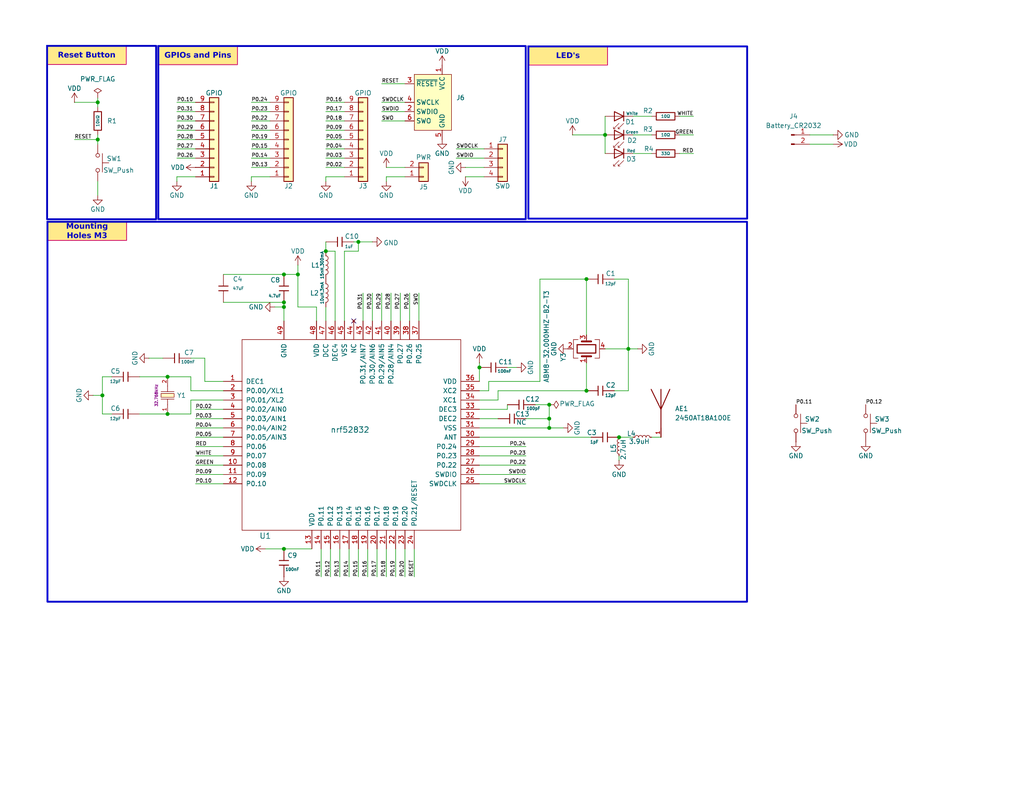
<source format=kicad_sch>
(kicad_sch (version 20250114) (generator "eeschema") (generator_version "9.0")
  (paper "A")
  (title_block (title "HAOS_Light_Switch_BLE") (date "2026-01-18") (rev "Ver 0.1"))
  (lib_symbols
    (symbol "BLE-Ant:2450AT18A100E" (pin_names (offset 1.016))
      (property "Reference" "AE" (at -2.7927 10.1861 0))
      (property "Value" "2450AT18A100E" (at -2.6609 -10.1575 0))
      (symbol "2450AT18A100E_0_0"
        (pin input line (at 0 -5.08 90) (length 2.54) (name "~") (number "1"))
      )
    )
    (symbol "C_Small_1" (pin_numbers (hide yes)) (pin_names (offset 0.254) (hide yes))
      (property "Reference" "C" (at 0.254 1.778 0))
      (property "Value" "C_Small" (at 0.254 -2.032 0))
      (symbol "C_Small_1_1_1"
        (pin passive line (at 0 2.54 270) (length 2.032) (name "~") (number "1"))
        (pin passive line (at 0 -2.54 90) (length 2.032) (name "~") (number "2"))
      )
    )
    (symbol "C_Small_10" (pin_numbers (hide yes)) (pin_names (offset 0.254) (hide yes))
      (property "Reference" "C" (at 0.254 1.778 0))
      (property "Value" "C_Small" (at 0.254 -2.032 0))
      (symbol "C_Small_10_1_1"
        (pin passive line (at 0 2.54 270) (length 2.032) (name "~") (number "1"))
        (pin passive line (at 0 -2.54 90) (length 2.032) (name "~") (number "2"))
      )
    )
    (symbol "C_Small_11" (pin_numbers (hide yes)) (pin_names (offset 0.254) (hide yes))
      (property "Reference" "C" (at 0.254 1.778 0))
      (property "Value" "C_Small" (at 0.254 -2.032 0))
      (symbol "C_Small_11_1_1"
        (pin passive line (at 0 2.54 270) (length 2.032) (name "~") (number "1"))
        (pin passive line (at 0 -2.54 90) (length 2.032) (name "~") (number "2"))
      )
    )
    (symbol "C_Small_12" (pin_numbers (hide yes)) (pin_names (offset 0.254) (hide yes))
      (property "Reference" "C" (at 0.254 1.778 0))
      (property "Value" "C_Small" (at 0.254 -2.032 0))
      (symbol "C_Small_12_1_1"
        (pin passive line (at 0 2.54 270) (length 2.032) (name "~") (number "1"))
        (pin passive line (at 0 -2.54 90) (length 2.032) (name "~") (number "2"))
      )
    )
    (symbol "C_Small_13" (pin_numbers (hide yes)) (pin_names (offset 0.254) (hide yes))
      (property "Reference" "C" (at 0.254 1.778 0))
      (property "Value" "C_Small" (at 0.254 -2.032 0))
      (symbol "C_Small_13_1_1"
        (pin passive line (at 0 2.54 270) (length 2.032) (name "~") (number "1"))
        (pin passive line (at 0 -2.54 90) (length 2.032) (name "~") (number "2"))
      )
    )
    (symbol "C_Small_14" (pin_numbers (hide yes)) (pin_names (offset 0.254) (hide yes))
      (property "Reference" "C" (at 0.254 1.778 0))
      (property "Value" "C_Small" (at 0.254 -2.032 0))
      (symbol "C_Small_14_1_1"
        (pin passive line (at 0 2.54 270) (length 2.032) (name "~") (number "1"))
        (pin passive line (at 0 -2.54 90) (length 2.032) (name "~") (number "2"))
      )
    )
    (symbol "C_Small_2" (pin_numbers (hide yes)) (pin_names (offset 0.254) (hide yes))
      (property "Reference" "C" (at 0.254 1.778 0))
      (property "Value" "C_Small" (at 0.254 -2.032 0))
      (symbol "C_Small_2_1_1"
        (pin passive line (at 0 2.54 270) (length 2.032) (name "~") (number "1"))
        (pin passive line (at 0 -2.54 90) (length 2.032) (name "~") (number "2"))
      )
    )
    (symbol "C_Small_3" (pin_numbers (hide yes)) (pin_names (offset 0.254) (hide yes))
      (property "Reference" "C" (at 0.254 1.778 0))
      (property "Value" "C_Small" (at 0.254 -2.032 0))
      (symbol "C_Small_3_1_1"
        (pin passive line (at 0 2.54 270) (length 2.032) (name "~") (number "1"))
        (pin passive line (at 0 -2.54 90) (length 2.032) (name "~") (number "2"))
      )
    )
    (symbol "C_Small_4" (pin_numbers (hide yes)) (pin_names (offset 0.254) (hide yes))
      (property "Reference" "C" (at 0.254 1.778 0))
      (property "Value" "C_Small" (at 0.254 -2.032 0))
      (symbol "C_Small_4_1_1"
        (pin passive line (at 0 2.54 270) (length 2.032) (name "~") (number "1"))
        (pin passive line (at 0 -2.54 90) (length 2.032) (name "~") (number "2"))
      )
    )
    (symbol "C_Small_5" (pin_numbers (hide yes)) (pin_names (offset 0.254) (hide yes))
      (property "Reference" "C" (at 0.254 1.778 0))
      (property "Value" "C_Small" (at 0.254 -2.032 0))
      (symbol "C_Small_5_1_1"
        (pin passive line (at 0 2.54 270) (length 2.032) (name "~") (number "1"))
        (pin passive line (at 0 -2.54 90) (length 2.032) (name "~") (number "2"))
      )
    )
    (symbol "C_Small_6" (pin_numbers (hide yes)) (pin_names (offset 0.254) (hide yes))
      (property "Reference" "C" (at 0.254 1.778 0))
      (property "Value" "C_Small" (at 0.254 -2.032 0))
      (symbol "C_Small_6_1_1"
        (pin passive line (at 0 2.54 270) (length 2.032) (name "~") (number "1"))
        (pin passive line (at 0 -2.54 90) (length 2.032) (name "~") (number "2"))
      )
    )
    (symbol "C_Small_7" (pin_numbers (hide yes)) (pin_names (offset 0.254) (hide yes))
      (property "Reference" "C" (at 0.254 1.778 0))
      (property "Value" "C_Small" (at 0.254 -2.032 0))
      (symbol "C_Small_7_1_1"
        (pin passive line (at 0 2.54 270) (length 2.032) (name "~") (number "1"))
        (pin passive line (at 0 -2.54 90) (length 2.032) (name "~") (number "2"))
      )
    )
    (symbol "C_Small_8" (pin_numbers (hide yes)) (pin_names (offset 0.254) (hide yes))
      (property "Reference" "C" (at 0.254 1.778 0))
      (property "Value" "C_Small" (at 0.254 -2.032 0))
      (symbol "C_Small_8_1_1"
        (pin passive line (at 0 2.54 270) (length 2.032) (name "~") (number "1"))
        (pin passive line (at 0 -2.54 90) (length 2.032) (name "~") (number "2"))
      )
    )
    (symbol "C_Small_9" (pin_numbers (hide yes)) (pin_names (offset 0.254) (hide yes))
      (property "Reference" "C" (at 0.254 1.778 0))
      (property "Value" "C_Small" (at 0.254 -2.032 0))
      (symbol "C_Small_9_1_1"
        (pin passive line (at 0 2.54 270) (length 2.032) (name "~") (number "1"))
        (pin passive line (at 0 -2.54 90) (length 2.032) (name "~") (number "2"))
      )
    )
    (symbol "Conn_01x04_1" (pin_names (offset 1.016) (hide yes))
      (property "Reference" "J" (at 0 5.08 0))
      (property "Value" "Conn_01x04" (at 0 -7.62 0))
      (symbol "Conn_01x04_1_1_1"
        (pin passive line (at -5.08 2.54 0) (length 3.81) (name "Pin_1") (number "1"))
        (pin passive line (at -5.08 0 0) (length 3.81) (name "Pin_2") (number "2"))
        (pin passive line (at -5.08 -2.54 0) (length 3.81) (name "Pin_3") (number "3"))
        (pin passive line (at -5.08 -5.08 0) (length 3.81) (name "Pin_4") (number "4"))
      )
    )
    (symbol "Conn_01x05_1" (pin_names (offset 1.016) (hide yes))
      (property "Reference" "J" (at 0 7.62 0))
      (property "Value" "Conn_01x05" (at 0 -7.62 0))
      (symbol "Conn_01x05_1_1_1"
        (pin passive line (at -5.08 5.08 0) (length 3.81) (name "Pin_1") (number "1"))
        (pin passive line (at -5.08 2.54 0) (length 3.81) (name "Pin_2") (number "2"))
        (pin passive line (at -5.08 0 0) (length 3.81) (name "Pin_3") (number "3"))
        (pin passive line (at -5.08 -2.54 0) (length 3.81) (name "Pin_4") (number "4"))
        (pin passive line (at -5.08 -5.08 0) (length 3.81) (name "Pin_5") (number "5"))
      )
    )
    (symbol "Conn_01x05_2" (pin_names (offset 1.016) (hide yes))
      (property "Reference" "J" (at 0 7.62 0))
      (property "Value" "Conn_01x05" (at 0 -7.62 0))
      (symbol "Conn_01x05_2_1_1"
        (pin passive line (at -5.08 5.08 0) (length 3.81) (name "Pin_1") (number "1"))
        (pin passive line (at -5.08 2.54 0) (length 3.81) (name "Pin_2") (number "2"))
        (pin passive line (at -5.08 0 0) (length 3.81) (name "Pin_3") (number "3"))
        (pin passive line (at -5.08 -2.54 0) (length 3.81) (name "Pin_4") (number "4"))
        (pin passive line (at -5.08 -5.08 0) (length 3.81) (name "Pin_5") (number "5"))
      )
    )
    (symbol "Conn_01x09_1" (pin_names (offset 1.016) (hide yes))
      (property "Reference" "J" (at 0 12.7 0))
      (property "Value" "Conn_01x09" (at 0 -12.7 0))
      (symbol "Conn_01x09_1_1_1"
        (pin passive line (at -5.08 10.16 0) (length 3.81) (name "Pin_1") (number "1"))
        (pin passive line (at -5.08 7.62 0) (length 3.81) (name "Pin_2") (number "2"))
        (pin passive line (at -5.08 5.08 0) (length 3.81) (name "Pin_3") (number "3"))
        (pin passive line (at -5.08 2.54 0) (length 3.81) (name "Pin_4") (number "4"))
        (pin passive line (at -5.08 0 0) (length 3.81) (name "Pin_5") (number "5"))
        (pin passive line (at -5.08 -2.54 0) (length 3.81) (name "Pin_6") (number "6"))
        (pin passive line (at -5.08 -5.08 0) (length 3.81) (name "Pin_7") (number "7"))
        (pin passive line (at -5.08 -7.62 0) (length 3.81) (name "Pin_8") (number "8"))
        (pin passive line (at -5.08 -10.16 0) (length 3.81) (name "Pin_9") (number "9"))
      )
    )
    (symbol "Conn_01x09_2" (pin_names (offset 1.016) (hide yes))
      (property "Reference" "J" (at 0 12.7 0))
      (property "Value" "Conn_01x09" (at 0 -12.7 0))
      (symbol "Conn_01x09_2_1_1"
        (pin passive line (at -5.08 10.16 0) (length 3.81) (name "Pin_1") (number "1"))
        (pin passive line (at -5.08 7.62 0) (length 3.81) (name "Pin_2") (number "2"))
        (pin passive line (at -5.08 5.08 0) (length 3.81) (name "Pin_3") (number "3"))
        (pin passive line (at -5.08 2.54 0) (length 3.81) (name "Pin_4") (number "4"))
        (pin passive line (at -5.08 0 0) (length 3.81) (name "Pin_5") (number "5"))
        (pin passive line (at -5.08 -2.54 0) (length 3.81) (name "Pin_6") (number "6"))
        (pin passive line (at -5.08 -5.08 0) (length 3.81) (name "Pin_7") (number "7"))
        (pin passive line (at -5.08 -7.62 0) (length 3.81) (name "Pin_8") (number "8"))
        (pin passive line (at -5.08 -10.16 0) (length 3.81) (name "Pin_9") (number "9"))
      )
    )
    (symbol "Connector:Conn_01x02_Pin" (pin_names (offset 1.016) (hide yes))
      (property "Reference" "J" (at 0 2.54 0))
      (property "Value" "Conn_01x02_Pin" (at 0 -5.08 0))
      (symbol "Conn_01x02_Pin_1_1"
        (pin passive line (at 5.08 0 180) (length 3.81) (name "Pin_1") (number "1"))
        (pin passive line (at 5.08 -2.54 180) (length 3.81) (name "Pin_2") (number "2"))
      )
    )
    (symbol "Connector:Conn_ARM_SWD_TagConnect_TC2030-NL" (in_bom no)
      (property "Reference" "J" (at 2.54 11.43 0))
      (property "Value" "Conn_ARM_SWD_TagConnect_TC2030-NL" (at 2.54 8.89 0))
      (symbol "Conn_ARM_SWD_TagConnect_TC2030-NL_0_0"
        (pin power_in line (at -2.54 10.16 270) (length 2.54) (name "VCC") (number "1"))
        (pin power_in line (at -2.54 -10.16 90) (length 2.54) (name "GND") (number "5"))
        (pin open_collector line (at 7.62 5.08 180) (length 2.54) (name "~{RESET}") (number "3"))
        (pin output line (at 7.62 0 180) (length 2.54) (name "SWCLK") (number "4"))
        (pin bidirectional line (at 7.62 -2.54 180) (length 2.54) (name "SWDIO") (number "2"))
        (pin input line (at 7.62 -5.08 180) (length 2.54) (name "SWO") (number "6"))
      )
    )
    (symbol "Connector_Generic:Conn_01x02" (pin_names (offset 1.016) (hide yes))
      (property "Reference" "J" (at 0 2.54 0))
      (property "Value" "Conn_01x02" (at 0 -5.08 0))
      (symbol "Conn_01x02_1_1"
        (pin passive line (at -5.08 0 0) (length 3.81) (name "Pin_1") (number "1"))
        (pin passive line (at -5.08 -2.54 0) (length 3.81) (name "Pin_2") (number "2"))
      )
    )
    (symbol "Connector_Generic:Conn_01x04" (pin_names (offset 1.016) (hide yes))
      (property "Reference" "J" (at 0 5.08 0))
      (property "Value" "Conn_01x04" (at 0 -7.62 0))
      (symbol "Conn_01x04_1_1"
        (pin passive line (at -5.08 2.54 0) (length 3.81) (name "Pin_1") (number "1"))
        (pin passive line (at -5.08 0 0) (length 3.81) (name "Pin_2") (number "2"))
        (pin passive line (at -5.08 -2.54 0) (length 3.81) (name "Pin_3") (number "3"))
        (pin passive line (at -5.08 -5.08 0) (length 3.81) (name "Pin_4") (number "4"))
      )
    )
    (symbol "Connector_Generic:Conn_01x09" (pin_names (offset 1.016) (hide yes))
      (property "Reference" "J" (at 0 12.7 0))
      (property "Value" "Conn_01x09" (at 0 -12.7 0))
      (symbol "Conn_01x09_1_1"
        (pin passive line (at -5.08 10.16 0) (length 3.81) (name "Pin_1") (number "1"))
        (pin passive line (at -5.08 7.62 0) (length 3.81) (name "Pin_2") (number "2"))
        (pin passive line (at -5.08 5.08 0) (length 3.81) (name "Pin_3") (number "3"))
        (pin passive line (at -5.08 2.54 0) (length 3.81) (name "Pin_4") (number "4"))
        (pin passive line (at -5.08 0 0) (length 3.81) (name "Pin_5") (number "5"))
        (pin passive line (at -5.08 -2.54 0) (length 3.81) (name "Pin_6") (number "6"))
        (pin passive line (at -5.08 -5.08 0) (length 3.81) (name "Pin_7") (number "7"))
        (pin passive line (at -5.08 -7.62 0) (length 3.81) (name "Pin_8") (number "8"))
        (pin passive line (at -5.08 -10.16 0) (length 3.81) (name "Pin_9") (number "9"))
      )
    )
    (symbol "Crystal_GND24_Small_1" (pin_names (offset 1.016) (hide yes))
      (property "Reference" "Y" (at 1.27 4.445 0))
      (property "Value" "Crystal_GND24_Small" (at 1.27 2.54 0))
      (symbol "Crystal_GND24_Small_1_1_1"
        (pin passive line (at -2.54 0 0) (length 1.27) (name "1") (number "1"))
        (pin passive line (at 0 3.175 270) (length 1.27) (name "4") (number "4"))
        (pin passive line (at 0 -3.175 90) (length 1.27) (name "2") (number "2"))
        (pin passive line (at 2.54 0 180) (length 1.27) (name "3") (number "3"))
      )
    )
    (symbol "Crystal_Small_1" (pin_numbers (hide yes)) (pin_names (offset 1.016) (hide yes))
      (property "Reference" "Y" (at 0 2.54 0))
      (property "Value" "Crystal_Small" (at 0 -2.54 0))
      (symbol "Crystal_Small_1_1_1"
        (pin passive line (at -2.54 0 0) (length 1.27) (name "1") (number "1"))
        (pin passive line (at 2.54 0 180) (length 1.27) (name "2") (number "2"))
      )
    )
    (symbol "Device:Crystal_GND24" (pin_names (offset 1.016) (hide yes))
      (property "Reference" "Y" (at 3.175 5.08 0))
      (property "Value" "Crystal_GND24" (at 3.175 3.175 0))
      (symbol "Crystal_GND24_1_1"
        (pin passive line (at -3.81 0 0) (length 1.27) (name "1") (number "1"))
        (pin passive line (at 0 5.08 270) (length 1.27) (name "2") (number "2"))
        (pin passive line (at 0 -5.08 90) (length 1.27) (name "4") (number "4"))
        (pin passive line (at 3.81 0 180) (length 1.27) (name "3") (number "3"))
      )
    )
    (symbol "Device:L_Small" (pin_numbers (hide yes)) (pin_names (offset 0.254) (hide yes))
      (property "Reference" "L" (at 0.762 1.016 0))
      (property "Value" "L_Small" (at 0.762 -1.016 0))
      (symbol "L_Small_1_1"
        (pin passive line (at 0 2.54 270) (length 0.508) (name "~") (number "1"))
        (pin passive line (at 0 -2.54 90) (length 0.508) (name "~") (number "2"))
      )
    )
    (symbol "GND_1" (power) (pin_names (offset 0))
      (property "Value" "GND" (at 0 -3.81 0))
      (symbol "GND_1_1_1"
        (pin power_in line (at 0 0 270) (length 0) (hide yes) (name "GND") (number "1"))
      )
    )
    (symbol "GND_10" (power) (pin_names (offset 0))
      (property "Value" "GND" (at 0 -3.81 0))
      (symbol "GND_10_1_1"
        (pin power_in line (at 0 0 270) (length 0) (hide yes) (name "GND") (number "1"))
      )
    )
    (symbol "GND_11" (power) (pin_names (offset 0))
      (property "Value" "GND" (at 0 -3.81 0))
      (symbol "GND_11_1_1"
        (pin power_in line (at 0 0 270) (length 0) (hide yes) (name "GND") (number "1"))
      )
    )
    (symbol "GND_12" (power) (pin_names (offset 0))
      (property "Value" "GND" (at 0 -3.81 0))
      (symbol "GND_12_1_1"
        (pin power_in line (at 0 0 270) (length 0) (hide yes) (name "GND") (number "1"))
      )
    )
    (symbol "GND_13" (power) (pin_names (offset 0))
      (property "Value" "GND" (at 0 -3.81 0))
      (symbol "GND_13_1_1"
        (pin power_in line (at 0 0 270) (length 0) (hide yes) (name "GND") (number "1"))
      )
    )
    (symbol "GND_14" (power) (pin_names (offset 0))
      (property "Value" "GND" (at 0 -3.81 0))
      (symbol "GND_14_1_1"
        (pin power_in line (at 0 0 270) (length 0) (hide yes) (name "GND") (number "1"))
      )
    )
    (symbol "GND_15" (power) (pin_names (offset 0))
      (property "Value" "GND" (at 0 -3.81 0))
      (symbol "GND_15_1_1"
        (pin power_in line (at 0 0 270) (length 0) (hide yes) (name "GND") (number "1"))
      )
    )
    (symbol "GND_2" (power) (pin_names (offset 0))
      (property "Value" "GND" (at 0 -3.81 0))
      (symbol "GND_2_1_1"
        (pin power_in line (at 0 0 270) (length 0) (hide yes) (name "GND") (number "1"))
      )
    )
    (symbol "GND_3" (power) (pin_names (offset 0))
      (property "Value" "GND" (at 0 -3.81 0))
      (symbol "GND_3_1_1"
        (pin power_in line (at 0 0 270) (length 0) (hide yes) (name "GND") (number "1"))
      )
    )
    (symbol "GND_4" (power) (pin_names (offset 0))
      (property "Value" "GND" (at 0 -3.81 0))
      (symbol "GND_4_1_1"
        (pin power_in line (at 0 0 270) (length 0) (hide yes) (name "GND") (number "1"))
      )
    )
    (symbol "GND_5" (power) (pin_names (offset 0))
      (property "Value" "GND" (at 0 -3.81 0))
      (symbol "GND_5_1_1"
        (pin power_in line (at 0 0 270) (length 0) (hide yes) (name "GND") (number "1"))
      )
    )
    (symbol "GND_6" (power) (pin_names (offset 0))
      (property "Value" "GND" (at 0 -3.81 0))
      (symbol "GND_6_1_1"
        (pin power_in line (at 0 0 270) (length 0) (hide yes) (name "GND") (number "1"))
      )
    )
    (symbol "GND_7" (power) (pin_names (offset 0))
      (property "Value" "GND" (at 0 -3.81 0))
      (symbol "GND_7_1_1"
        (pin power_in line (at 0 0 270) (length 0) (hide yes) (name "GND") (number "1"))
      )
    )
    (symbol "GND_8" (power) (pin_names (offset 0))
      (property "Value" "GND" (at 0 -3.81 0))
      (symbol "GND_8_1_1"
        (pin power_in line (at 0 0 270) (length 0) (hide yes) (name "GND") (number "1"))
      )
    )
    (symbol "GND_9" (power) (pin_names (offset 0))
      (property "Value" "GND" (at 0 -3.81 0))
      (symbol "GND_9_1_1"
        (pin power_in line (at 0 0 270) (length 0) (hide yes) (name "GND") (number "1"))
      )
    )
    (symbol "LED_ARGB_1" (pin_names (offset 0) (hide yes))
      (property "Reference" "D" (at 0 9.398 0))
      (property "Value" "LED_ARGB" (at 0 -8.89 0))
      (symbol "LED_ARGB_1_0_0"
        (text "R" (at -1.905 3.81 0) (effects (font (size 1.27 1.27))))
        (text "G" (at -1.905 -1.27 0) (effects (font (size 1.27 1.27))))
        (text "B" (at -1.905 -6.35 0) (effects (font (size 1.27 1.27))))
      )
      (symbol "LED_ARGB_1_1_1"
        (pin passive line (at -5.08 5.08 0) (length 2.54) (name "RK") (number "2"))
        (pin passive line (at -5.08 0 0) (length 2.54) (name "GK") (number "3"))
        (pin passive line (at -5.08 -5.08 0) (length 2.54) (name "BK") (number "4"))
        (pin passive line (at 5.08 0 180) (length 2.54) (name "A") (number "1"))
      )
    )
    (symbol "L_Small_1" (pin_numbers (hide yes)) (pin_names (offset 0.254) (hide yes))
      (property "Reference" "L" (at 0.762 1.016 0))
      (property "Value" "L_Small" (at 0.762 -1.016 0))
      (symbol "L_Small_1_1_1"
        (pin passive line (at 0 2.54 270) (length 0.508) (name "~") (number "1"))
        (pin passive line (at 0 -2.54 90) (length 0.508) (name "~") (number "2"))
      )
    )
    (symbol "L_Small_2" (pin_numbers (hide yes)) (pin_names (offset 0.254) (hide yes))
      (property "Reference" "L" (at 0.762 1.016 0))
      (property "Value" "L_Small" (at 0.762 -1.016 0))
      (symbol "L_Small_2_1_1"
        (pin passive line (at 0 2.54 270) (length 0.508) (name "~") (number "1"))
        (pin passive line (at 0 -2.54 90) (length 0.508) (name "~") (number "2"))
      )
    )
    (symbol "L_Small_3" (pin_numbers (hide yes)) (pin_names (offset 0.254) (hide yes))
      (property "Reference" "L" (at 0.762 1.016 0))
      (property "Value" "L_Small" (at 0.762 -1.016 0))
      (symbol "L_Small_3_1_1"
        (pin passive line (at 0 2.54 270) (length 0.508) (name "~") (number "1"))
        (pin passive line (at 0 -2.54 90) (length 0.508) (name "~") (number "2"))
      )
    )
    (symbol "PCM_JLCPCB-Capacitors:0402,100nF,(2)" (pin_numbers (hide yes)) (pin_names (offset 0))
      (property "Reference" "C" (at 2.032 1.668 0))
      (property "Value" "100nF" (at 2.032 -0.3782 0))
      (property "Voltage Rated" "50V" (at 2.032 -2.0462 0))
      (symbol "0402,100nF,(2)_1_1"
        (pin passive line (at 0 3.81 270) (length 3.175) (name "~") (number "1"))
        (pin passive line (at 0 -3.81 90) (length 3.175) (name "~") (number "2"))
      )
    )
    (symbol "PCM_JLCPCB-Capacitors:0402,100pF" (pin_numbers (hide yes)) (pin_names (offset 0))
      (property "Reference" "C" (at 2.032 1.668 0))
      (property "Value" "100pF" (at 2.032 -0.3782 0))
      (property "Voltage Rated" "50V" (at 2.032 -2.0462 0))
      (symbol "0402,100pF_1_1"
        (pin passive line (at 0 3.81 270) (length 3.175) (name "~") (number "1"))
        (pin passive line (at 0 -3.81 90) (length 3.175) (name "~") (number "2"))
      )
    )
    (symbol "PCM_JLCPCB-Capacitors:0402,12pF" (pin_numbers (hide yes)) (pin_names (offset 0))
      (property "Reference" "C" (at 2.032 1.668 0))
      (property "Value" "12pF" (at 2.032 -0.3782 0))
      (property "Voltage Rated" "50V" (at 2.032 -2.0462 0))
      (symbol "0402,12pF_1_1"
        (pin passive line (at 0 3.81 270) (length 3.175) (name "~") (number "1"))
        (pin passive line (at 0 -3.81 90) (length 3.175) (name "~") (number "2"))
      )
    )
    (symbol "PCM_JLCPCB-Capacitors:0402,1pF" (pin_numbers (hide yes)) (pin_names (offset 0))
      (property "Reference" "C" (at 2.032 1.668 0))
      (property "Value" "1pF" (at 2.032 -0.3782 0))
      (property "Voltage Rated" "50V" (at 2.032 -2.0462 0))
      (symbol "0402,1pF_1_1"
        (pin passive line (at 0 3.81 270) (length 3.175) (name "~") (number "1"))
        (pin passive line (at 0 -3.81 90) (length 3.175) (name "~") (number "2"))
      )
    )
    (symbol "PCM_JLCPCB-Capacitors:0603,1uF" (pin_numbers (hide yes)) (pin_names (offset 0))
      (property "Reference" "C" (at 2.032 1.668 0))
      (property "Value" "1uF" (at 2.032 -0.3782 0))
      (property "Voltage Rated" "50V" (at 2.032 -2.0462 0))
      (symbol "0603,1uF_1_1"
        (pin passive line (at 0 3.81 270) (length 3.175) (name "~") (number "1"))
        (pin passive line (at 0 -3.81 90) (length 3.175) (name "~") (number "2"))
      )
    )
    (symbol "PCM_JLCPCB-Capacitors:0603,4.7uF" (pin_numbers (hide yes)) (pin_names (offset 0))
      (property "Reference" "C" (at 2.032 1.668 0))
      (property "Value" "4.7uF" (at 2.032 -0.3782 0))
      (property "Voltage Rated" "16V" (at 2.032 -2.0462 0))
      (symbol "0603,4.7uF_1_1"
        (pin passive line (at 0 3.81 270) (length 3.175) (name "~") (number "1"))
        (pin passive line (at 0 -3.81 90) (length 3.175) (name "~") (number "2"))
      )
    )
    (symbol "PCM_JLCPCB-Capacitors:0805,10uF" (pin_numbers (hide yes)) (pin_names (offset 0))
      (property "Reference" "C" (at 2.032 1.668 0))
      (property "Value" "10uF" (at 2.032 -0.3782 0))
      (property "Voltage Rated" "25V" (at 2.032 -2.0462 0))
      (symbol "0805,10uF_1_1"
        (pin passive line (at 0 3.81 270) (length 3.175) (name "~") (number "1"))
        (pin passive line (at 0 -3.81 90) (length 3.175) (name "~") (number "2"))
      )
    )
    (symbol "PCM_JLCPCB-Crystals:Crystal, 32.768kHz, 13pF" (pin_names (hide yes))
      (property "Reference" "X" (at 0 3.5 0))
      (symbol "Crystal, 32.768kHz, 13pF_0_1"
        (pin unspecified line (at -5.08 0 0) (length 2.54) (name "1") (number "1"))
        (pin unspecified line (at 5.08 0 180) (length 2.54) (name "2") (number "2"))
      )
    )
    (symbol "PCM_JLCPCB-Diodes:LED,0805,Green" (pin_numbers (hide yes)) (pin_names (offset 0))
      (property "Reference" "D" (at 2.032 0.834 0))
      (property "Value" "Green" (at 2.032 -1.2122 0))
      (symbol "LED,0805,Green_1_1"
        (pin passive line (at 0 3.81 270) (length 3.81) (name "~") (number "2"))
        (pin passive line (at 0 -3.81 90) (length 3.81) (name "~") (number "1"))
      )
    )
    (symbol "PCM_JLCPCB-Diodes:LED,0805,Red" (pin_numbers (hide yes)) (pin_names (offset 0))
      (property "Reference" "D" (at 2.032 0.834 0))
      (property "Value" "Red" (at 2.032 -1.2122 0))
      (symbol "LED,0805,Red_1_1"
        (pin passive line (at 0 3.81 270) (length 3.81) (name "~") (number "2"))
        (pin passive line (at 0 -3.81 90) (length 3.81) (name "~") (number "1"))
      )
    )
    (symbol "PCM_JLCPCB-Diodes:LED,0805,White" (pin_numbers (hide yes)) (pin_names (offset 0))
      (property "Reference" "D" (at 2.032 0.834 0))
      (property "Value" "White" (at 2.032 -1.2122 0))
      (symbol "LED,0805,White_1_1"
        (pin passive line (at 0 3.81 270) (length 3.81) (name "~") (number "2"))
        (pin passive line (at 0 -3.81 90) (length 3.81) (name "~") (number "1"))
      )
    )
    (symbol "PCM_JLCPCB-Inductors:10uH,3mA" (pin_numbers (hide yes)) (pin_names (offset 0))
      (property "Reference" "L" (at 1.2673 0.834 0))
      (property "Value" "10uH,3mA" (at 1.2673 -1.2122 0))
      (symbol "10uH,3mA_1_1"
        (pin passive line (at 0 3.81 270) (length 1.27) (name "~") (number "1"))
        (pin passive line (at 0 -3.81 90) (length 1.27) (name "~") (number "2"))
      )
    )
    (symbol "PCM_JLCPCB-Inductors:15nH,300mA" (pin_numbers (hide yes)) (pin_names (offset 0))
      (property "Reference" "L" (at 1.2673 0.834 0))
      (property "Value" "15nH,300mA" (at 1.2673 -1.2122 0))
      (symbol "15nH,300mA_1_1"
        (pin passive line (at 0 3.81 270) (length 1.27) (name "~") (number "1"))
        (pin passive line (at 0 -3.81 90) (length 1.27) (name "~") (number "2"))
      )
    )
    (symbol "PCM_JLCPCB-Resistors:0603,10kΩ" (pin_numbers (hide yes)) (pin_names (offset 0))
      (property "Reference" "R" (at 1.778 0 0))
      (property "Value" "10kΩ" (at 0 0 90))
      (symbol "0603,10kΩ_1_1"
        (pin passive line (at 0 3.81 270) (length 1.27) (name "~") (number "1"))
        (pin passive line (at 0 -3.81 90) (length 1.27) (name "~") (number "2"))
      )
    )
    (symbol "PCM_JLCPCB-Resistors:0603,10Ω" (pin_numbers (hide yes)) (pin_names (offset 0))
      (property "Reference" "R" (at 1.778 0 0))
      (property "Value" "10Ω" (at 0 0 90))
      (symbol "0603,10Ω_1_1"
        (pin passive line (at 0 3.81 270) (length 1.27) (name "~") (number "1"))
        (pin passive line (at 0 -3.81 90) (length 1.27) (name "~") (number "2"))
      )
    )
    (symbol "PCM_JLCPCB-Resistors:0603,33Ω" (pin_numbers (hide yes)) (pin_names (offset 0))
      (property "Reference" "R" (at 1.778 0 0))
      (property "Value" "33Ω" (at 0 0 90))
      (symbol "0603,33Ω_1_1"
        (pin passive line (at 0 3.81 270) (length 1.27) (name "~") (number "1"))
        (pin passive line (at 0 -3.81 90) (length 1.27) (name "~") (number "2"))
      )
    )
    (symbol "R_Small_1" (pin_numbers (hide yes)) (pin_names (offset 0.254) (hide yes))
      (property "Reference" "R" (at 0.762 0.508 0))
      (property "Value" "R_Small" (at 0.762 -1.016 0))
      (symbol "R_Small_1_1_1"
        (pin passive line (at 0 2.54 270) (length 0.762) (name "~") (number "1"))
        (pin passive line (at 0 -2.54 90) (length 0.762) (name "~") (number "2"))
      )
    )
    (symbol "R_Small_2" (pin_numbers (hide yes)) (pin_names (offset 0.254) (hide yes))
      (property "Reference" "R" (at 0.762 0.508 0))
      (property "Value" "R_Small" (at 0.762 -1.016 0))
      (symbol "R_Small_2_1_1"
        (pin passive line (at 0 2.54 270) (length 0.762) (name "~") (number "1"))
        (pin passive line (at 0 -2.54 90) (length 0.762) (name "~") (number "2"))
      )
    )
    (symbol "R_Small_3" (pin_numbers (hide yes)) (pin_names (offset 0.254) (hide yes))
      (property "Reference" "R" (at 0.762 0.508 0))
      (property "Value" "R_Small" (at 0.762 -1.016 0))
      (symbol "R_Small_3_1_1"
        (pin passive line (at 0 2.54 270) (length 0.762) (name "~") (number "1"))
        (pin passive line (at 0 -2.54 90) (length 0.762) (name "~") (number "2"))
      )
    )
    (symbol "R_Small_4" (pin_numbers (hide yes)) (pin_names (offset 0.254) (hide yes))
      (property "Reference" "R" (at 0.762 0.508 0))
      (property "Value" "R_Small" (at 0.762 -1.016 0))
      (symbol "R_Small_4_1_1"
        (pin passive line (at 0 2.54 270) (length 0.762) (name "~") (number "1"))
        (pin passive line (at 0 -2.54 90) (length 0.762) (name "~") (number "2"))
      )
    )
    (symbol "Switch:SW_Push" (pin_numbers (hide yes)) (pin_names (offset 1.016) (hide yes))
      (property "Reference" "SW" (at 1.27 2.54 0))
      (property "Value" "SW_Push" (at 0 -1.524 0))
      (symbol "SW_Push_0_1"
        (pin passive line (at -5.08 0 0) (length 2.54) (name "1") (number "1"))
        (pin passive line (at 5.08 0 180) (length 2.54) (name "2") (number "2"))
      )
    )
    (symbol "VDD_1" (power) (pin_names (offset 0))
      (property "Value" "VDD" (at 0 3.81 0))
      (symbol "VDD_1_1_1"
        (pin power_in line (at 0 0 90) (length 0) (hide yes) (name "VDD") (number "1"))
      )
    )
    (symbol "VDD_2" (power) (pin_names (offset 0))
      (property "Value" "VDD" (at 0 3.81 0))
      (symbol "VDD_2_1_1"
        (pin power_in line (at 0 0 90) (length 0) (hide yes) (name "VDD") (number "1"))
      )
    )
    (symbol "VDD_3" (power) (pin_names (offset 0))
      (property "Value" "VDD" (at 0 3.81 0))
      (symbol "VDD_3_1_1"
        (pin power_in line (at 0 0 90) (length 0) (hide yes) (name "VDD") (number "1"))
      )
    )
    (symbol "VDD_4" (power) (pin_names (offset 0))
      (property "Value" "VDD" (at 0 3.81 0))
      (symbol "VDD_4_1_1"
        (pin power_in line (at 0 0 90) (length 0) (hide yes) (name "VDD") (number "1"))
      )
    )
    (symbol "VDD_5" (power) (pin_names (offset 0))
      (property "Value" "VDD" (at 0 3.81 0))
      (symbol "VDD_5_1_1"
        (pin power_in line (at 0 0 90) (length 0) (hide yes) (name "VDD") (number "1"))
      )
    )
    (symbol "VDD_6" (power) (pin_names (offset 0))
      (property "Value" "VDD" (at 0 3.81 0))
      (symbol "VDD_6_1_1"
        (pin power_in line (at 0 0 90) (length 0) (hide yes) (name "VDD") (number "1"))
      )
    )
    (symbol "nRF52:nrf52832" (pin_names (offset 1.016))
      (property "Reference" "U1" (at -16.51 -16.764 0))
      (property "Value" "nrf52832" (at 6.604 12.192 0))
      (symbol "nrf52832_1_1"
        (pin input line (at -27.94 25.4 0) (length 5.08) (name "DEC1") (number "1"))
        (pin input line (at -27.94 22.86 0) (length 5.08) (name "P0.00/XL1") (number "2"))
        (pin input line (at -27.94 20.32 0) (length 5.08) (name "P0.01/XL2") (number "3"))
        (pin input line (at -27.94 17.78 0) (length 5.08) (name "P0.02/AIN0") (number "4"))
        (pin input line (at -27.94 15.24 0) (length 5.08) (name "P0.03/AIN1") (number "5"))
        (pin input line (at -27.94 12.7 0) (length 5.08) (name "P0.04/AIN2") (number "6"))
        (pin input line (at -27.94 10.16 0) (length 5.08) (name "P0.05/AIN3") (number "7"))
        (pin output line (at -27.94 7.62 0) (length 5.08) (name "P0.06") (number "8"))
        (pin input line (at -27.94 5.08 0) (length 5.08) (name "P0.07") (number "9"))
        (pin input line (at -27.94 2.54 0) (length 5.08) (name "P0.08") (number "10"))
        (pin input line (at -27.94 0 0) (length 5.08) (name "P0.09") (number "11"))
        (pin input line (at -27.94 -2.54 0) (length 5.08) (name "P0.10") (number "12"))
        (pin power_in line (at -11.43 41.91 270) (length 5.08) (name "GND") (number "49"))
        (pin passive line (at -3.81 -20.32 90) (length 5.08) (name "VDD") (number "13"))
        (pin passive line (at -2.54 41.91 270) (length 5.08) (name "VDD") (number "48"))
        (pin input line (at -1.27 -20.32 90) (length 5.08) (name "P0.11") (number "14"))
        (pin input line (at 0 41.91 270) (length 5.08) (name "DCC") (number "47"))
        (pin input line (at 1.27 -20.32 90) (length 5.08) (name "P0.12") (number "15"))
        (pin input line (at 2.54 41.91 270) (length 5.08) (name "DEC4") (number "46"))
        (pin input line (at 3.81 -20.32 90) (length 5.08) (name "P0.13") (number "16"))
        (pin power_in line (at 5.08 41.91 270) (length 5.08) (name "VSS") (number "45"))
        (pin input line (at 6.35 -20.32 90) (length 5.08) (name "P0.14") (number "17"))
        (pin no_connect line (at 7.62 41.91 270) (length 5.08) (name "NC") (number "44"))
        (pin input line (at 8.89 -20.32 90) (length 5.08) (name "P0.15") (number "18"))
        (pin bidirectional line (at 10.16 41.91 270) (length 5.08) (name "P0.31/AIN7") (number "43"))
        (pin input line (at 11.43 -20.32 90) (length 5.08) (name "P0.16") (number "19"))
        (pin bidirectional line (at 12.7 41.91 270) (length 5.08) (name "P0.30/AIN6") (number "42"))
        (pin input line (at 13.97 -20.32 90) (length 5.08) (name "P0.17") (number "20"))
        (pin bidirectional line (at 15.24 41.91 270) (length 5.08) (name "P0.29/AIN5") (number "41"))
        (pin input line (at 16.51 -20.32 90) (length 5.08) (name "P0.18") (number "21"))
        (pin bidirectional line (at 17.78 41.91 270) (length 5.08) (name "P0.28/AIN4") (number "40"))
        (pin input line (at 19.05 -20.32 90) (length 5.08) (name "P0.19") (number "22"))
        (pin bidirectional line (at 20.32 41.91 270) (length 5.08) (name "P0.27") (number "39"))
        (pin input line (at 21.59 -20.32 90) (length 5.08) (name "P0.20") (number "23"))
        (pin bidirectional line (at 22.86 41.91 270) (length 5.08) (name "P0.26") (number "38"))
        (pin input line (at 24.13 -20.32 90) (length 5.08) (name "P0.21/RESET") (number "24"))
        (pin bidirectional line (at 25.4 41.91 270) (length 5.08) (name "P0.25") (number "37"))
        (pin passive line (at 41.91 25.4 180) (length 5.08) (name "VDD") (number "36"))
        (pin input line (at 41.91 22.86 180) (length 5.08) (name "XC2") (number "35"))
        (pin input line (at 41.91 20.32 180) (length 5.08) (name "XC1") (number "34"))
        (pin input line (at 41.91 17.78 180) (length 5.08) (name "DEC3") (number "33"))
        (pin input line (at 41.91 15.24 180) (length 5.08) (name "DEC2") (number "32"))
        (pin power_in line (at 41.91 12.7 180) (length 5.08) (name "VSS") (number "31"))
        (pin input line (at 41.91 10.16 180) (length 5.08) (name "ANT") (number "30"))
        (pin bidirectional line (at 41.91 7.62 180) (length 5.08) (name "P0.24") (number "29"))
        (pin bidirectional line (at 41.91 5.08 180) (length 5.08) (name "P0.23") (number "28"))
        (pin bidirectional line (at 41.91 2.54 180) (length 5.08) (name "P0.22") (number "27"))
        (pin bidirectional line (at 41.91 0 180) (length 5.08) (name "SWDIO") (number "26"))
        (pin bidirectional line (at 41.91 -2.54 180) (length 5.08) (name "SWDCLK") (number "25"))
      )
    )
    (symbol "nrf52832-RESCUE-hackaBLE_1" (pin_names (offset 1.016))
      (property "Reference" "U" (at 5.08 -24.384 0))
      (property "Value" "nrf52832-RESCUE-hackaBLE" (at 5.715 45.593 0))
      (symbol "nrf52832-RESCUE-hackaBLE_1_1_1"
        (pin input line (at -28.067 25.4 0) (length 5.08) (name "DEC1") (number "1"))
        (pin input line (at -28.067 22.86 0) (length 5.08) (name "P0.00/XL1") (number "2"))
        (pin input line (at -28.067 20.32 0) (length 5.08) (name "P0.01/XL2") (number "3"))
        (pin input line (at -28.067 17.78 0) (length 5.08) (name "P0.02/AIN0") (number "4"))
        (pin input line (at -28.067 15.24 0) (length 5.08) (name "P0.03/AIN1") (number "5"))
        (pin input line (at -28.067 12.7 0) (length 5.08) (name "P0.04/AIN2") (number "6"))
        (pin input line (at -28.067 10.16 0) (length 5.08) (name "P0.05/AIN3") (number "7"))
        (pin output line (at -28.067 7.62 0) (length 5.08) (name "P0.06") (number "8"))
        (pin input line (at -28.067 5.08 0) (length 5.08) (name "P0.07") (number "9"))
        (pin input line (at -28.067 2.54 0) (length 5.08) (name "P0.08") (number "10"))
        (pin input line (at -28.067 0 0) (length 5.08) (name "P0.09") (number "11"))
        (pin input line (at -28.067 -2.54 0) (length 5.08) (name "P0.10") (number "12"))
        (pin power_in line (at -16.129 42.291 270) (length 5.08) (name "GND") (number "49"))
        (pin passive line (at -7.366 42.291 270) (length 5.08) (name "VDD") (number "48"))
        (pin passive line (at -7.366 -20.32 90) (length 5.08) (name "VDD") (number "13"))
        (pin input line (at -4.953 42.291 270) (length 5.08) (name "DCC") (number "47"))
        (pin input line (at -4.953 -20.447 90) (length 5.08) (name "P0.11") (number "14"))
        (pin input line (at -2.413 42.291 270) (length 5.08) (name "DEC4") (number "46"))
        (pin input line (at -2.413 -20.447 90) (length 5.08) (name "P0.12") (number "15"))
        (pin power_in line (at 0.127 42.291 270) (length 5.08) (name "VSS") (number "45"))
        (pin input line (at 0.127 -20.447 90) (length 5.08) (name "P0.13") (number "16"))
        (pin no_connect line (at 2.667 42.291 270) (length 5.08) (name "NC") (number "44"))
        (pin input line (at 2.667 -20.447 90) (length 5.08) (name "P0.14") (number "17"))
        (pin bidirectional line (at 5.207 42.291 270) (length 5.08) (name "P0.31/AIN7") (number "43"))
        (pin input line (at 5.207 -20.447 90) (length 5.08) (name "P0.15") (number "18"))
        (pin bidirectional line (at 7.747 42.291 270) (length 5.08) (name "P0.30/AIN6") (number "42"))
        (pin input line (at 7.747 -20.447 90) (length 5.08) (name "P0.16") (number "19"))
        (pin bidirectional line (at 10.287 42.291 270) (length 5.08) (name "P0.29/AIN5") (number "41"))
        (pin input line (at 10.287 -20.447 90) (length 5.08) (name "P0.17") (number "20"))
        (pin bidirectional line (at 12.827 42.291 270) (length 5.08) (name "P0.28/AIN4") (number "40"))
        (pin input line (at 12.827 -20.447 90) (length 5.08) (name "P0.18") (number "21"))
        (pin bidirectional line (at 15.367 42.291 270) (length 5.08) (name "P0.27") (number "39"))
        (pin input line (at 15.367 -20.447 90) (length 5.08) (name "P0.19") (number "22"))
        (pin bidirectional line (at 17.907 42.291 270) (length 5.08) (name "P0.26") (number "38"))
        (pin input line (at 17.907 -20.447 90) (length 5.08) (name "P0.20") (number "23"))
        (pin bidirectional line (at 20.447 42.291 270) (length 5.08) (name "P0.25") (number "37"))
        (pin input line (at 20.447 -20.447 90) (length 5.08) (name "P0.21/RESET") (number "24"))
        (pin passive line (at 40.767 25.273 180) (length 5.08) (name "VDD") (number "36"))
        (pin input line (at 40.767 22.733 180) (length 5.08) (name "XC2") (number "35"))
        (pin input line (at 40.767 20.193 180) (length 5.08) (name "XC1") (number "34"))
        (pin input line (at 40.767 17.653 180) (length 5.08) (name "DEC3") (number "33"))
        (pin input line (at 40.767 15.113 180) (length 5.08) (name "DEC2") (number "32"))
        (pin power_in line (at 40.767 12.573 180) (length 5.08) (name "VSS") (number "31"))
        (pin input line (at 40.767 10.033 180) (length 5.08) (name "ANT") (number "30"))
        (pin bidirectional line (at 40.767 7.493 180) (length 5.08) (name "P0.24") (number "29"))
        (pin bidirectional line (at 40.767 4.953 180) (length 5.08) (name "P0.23") (number "28"))
        (pin bidirectional line (at 40.767 2.413 180) (length 5.08) (name "P0.22") (number "27"))
        (pin bidirectional line (at 40.767 -0.127 180) (length 5.08) (name "SWDIO") (number "26"))
        (pin bidirectional line (at 40.767 -2.667 180) (length 5.08) (name "SWDCLK") (number "25"))
      )
    )
    (symbol "power:GND" (power) (pin_numbers (hide yes)) (pin_names (offset 0) (hide yes))
      (property "Value" "GND" (at 0 -3.81 0))
      (symbol "GND_1_1"
        (pin power_in line (at 0 0 270) (length 0) (name "~") (number "1"))
      )
    )
    (symbol "power:PWR_FLAG" (power) (pin_numbers (hide yes)) (pin_names (offset 0) (hide yes))
      (property "Value" "PWR_FLAG" (at 0 3.81 0))
      (symbol "PWR_FLAG_0_0"
        (pin power_out line (at 0 0 90) (length 0) (name "~") (number "1"))
      )
    )
    (symbol "power:VDD" (power) (pin_numbers (hide yes)) (pin_names (offset 0) (hide yes))
      (property "Value" "VDD" (at 0 3.556 0))
      (symbol "VDD_1_1"
        (pin power_in line (at 0 0 90) (length 0) (name "~") (number "1"))
      )
    )
  )
  (rectangle (start 12.95 60.55) (end 203.82 164.28) (stroke (width 0.508)))
  (rectangle (start 43.19 12.57) (end 143.45 59.83) (stroke (width 0.508)))
  (rectangle (start 144.17 12.67) (end 203.86 59.69) (stroke (width 0.508)))
  (rectangle (start 12.85 12.52) (end 42.6 59.86) (stroke (width 0.508)))
  (text_box "LED's" (at 144.17 12.67 0) (size 21.59 5.08) (margins 1.27 1.27 1.27 1.27) (stroke (width 0.254) (color 211 37 112 1)) (fill (type color) (color 255 234 139 1)) (effects (font (size 1.524 1.524) (bold yes))))
  (text_box "GPIOs and Pins" (at 43.19 12.57 0) (size 21.59 5.08) (margins 1.27 1.27 1.27 1.27) (stroke (width 0.254) (color 211 37 112 1)) (fill (type color) (color 255 234 139 1)) (effects (font (size 1.524 1.524) (bold yes))))
  (text_box "Reset Button" (at 12.85 12.52 0) (size 21.59 5.08) (margins 1.27 1.27 1.27 1.27) (stroke (width 0.254) (color 211 37 112 1)) (fill (type color) (color 255 234 139 1)) (effects (font (size 1.524 1.524) (bold yes))))
  (text_box "Mounting Holes M3" (at 12.95 60.55 0) (size 21.59 5.08) (margins 1.27 1.27 1.27 1.27) (stroke (width 0.254) (color 211 37 112 1)) (fill (type color) (color 255 234 139 1)) (effects (font (size 1.524 1.524) (bold yes))))
  (junction (at 45.72 102.87))
  (junction (at 45.72 113.03))
  (junction (at 26.67 38.1))
  (junction (at 149.86 110.49))
  (junction (at 77.47 82.55))
  (junction (at 27.94 107.95))
  (junction (at 77.47 83.82))
  (junction (at 77.47 74.93))
  (junction (at 81.28 74.93))
  (junction (at 149.86 116.84))
  (junction (at 149.86 114.3))
  (junction (at 26.67 27.94))
  (junction (at 97.79 66.04))
  (junction (at 130.81 100.33))
  (junction (at 77.47 149.86))
  (junction (at 168.91 119.38))
  (junction (at 160.02 106.68))
  (junction (at 160.02 76.2))
  (junction (at 88.9 68.58))
  (junction (at 171.45 95.25))
  (junction (at 165.1 36.83))
  (no_connect (at 96.52 87.63))
  (wire (pts (xy 172.72 31.75) (xy 177.8 31.75)))
  (wire (pts (xy 171.45 106.68) (xy 167.64 106.68)))
  (wire (pts (xy 48.26 33.02) (xy 53.34 33.02)))
  (wire (pts (xy 132.08 43.18) (xy 124.46 43.18)))
  (wire (pts (xy 165.1 36.83) (xy 165.1 41.91)))
  (wire (pts (xy 52.07 109.22) (xy 52.07 113.03)))
  (wire (pts (xy 81.28 83.82) (xy 86.36 83.82)))
  (wire (pts (xy 30.48 102.87) (xy 27.94 102.87)))
  (wire (pts (xy 185.42 31.75) (xy 189.23 31.75)))
  (wire (pts (xy 26.67 38.1) (xy 26.67 39.37)))
  (wire (pts (xy 26.67 38.1) (xy 20.32 38.1)))
  (wire (pts (xy 53.34 121.92) (xy 60.96 121.92)))
  (wire (pts (xy 93.98 30.48) (xy 88.9 30.48)))
  (wire (pts (xy 53.34 127) (xy 60.96 127)))
  (wire (pts (xy 90.17 157.48) (xy 90.17 149.86)))
  (wire (pts (xy 149.86 110.49) (xy 149.86 114.3)))
  (wire (pts (xy 38.1 102.87) (xy 45.72 102.87)))
  (wire (pts (xy 93.98 35.56) (xy 88.9 35.56)))
  (wire (pts (xy 220.98 39.37) (xy 227.33 39.37)))
  (wire (pts (xy 88.9 48.26) (xy 88.9 49.53)))
  (wire (pts (xy 93.98 27.94) (xy 88.9 27.94)))
  (wire (pts (xy 48.26 38.1) (xy 53.34 38.1)))
  (wire (pts (xy 185.42 36.83) (xy 189.23 36.83)))
  (wire (pts (xy 130.81 114.3) (xy 135.89 114.3)))
  (wire (pts (xy 130.81 99.06) (xy 130.81 100.33)))
  (wire (pts (xy 27.94 107.95) (xy 25.4 107.95)))
  (wire (pts (xy 92.71 157.48) (xy 92.71 149.86)))
  (wire (pts (xy 73.66 48.26) (xy 68.58 48.26)))
  (wire (pts (xy 110.49 33.02) (xy 104.14 33.02)))
  (wire (pts (xy 149.86 116.84) (xy 153.67 116.84)))
  (wire (pts (xy 73.66 43.18) (xy 68.58 43.18)))
  (wire (pts (xy 110.49 45.72) (xy 105.41 45.72)))
  (wire (pts (xy 27.94 107.95) (xy 27.94 113.03)))
  (wire (pts (xy 53.34 114.3) (xy 60.96 114.3)))
  (wire (pts (xy 55.88 104.14) (xy 60.96 104.14)))
  (wire (pts (xy 147.32 76.2) (xy 160.02 76.2)))
  (wire (pts (xy 130.81 111.76) (xy 138.43 111.76)))
  (wire (pts (xy 53.34 48.26) (xy 48.26 48.26)))
  (wire (pts (xy 93.98 33.02) (xy 88.9 33.02)))
  (wire (pts (xy 60.96 82.55) (xy 77.47 82.55)))
  (wire (pts (xy 160.02 76.2) (xy 160.02 91.44)))
  (wire (pts (xy 45.72 113.03) (xy 52.07 113.03)))
  (wire (pts (xy 106.68 80.01) (xy 106.68 87.63)))
  (wire (pts (xy 165.1 31.75) (xy 165.1 36.83)))
  (wire (pts (xy 26.67 27.94) (xy 20.32 27.94)))
  (wire (pts (xy 93.98 48.26) (xy 88.9 48.26)))
  (wire (pts (xy 93.98 45.72) (xy 88.9 45.72)))
  (wire (pts (xy 93.98 40.64) (xy 88.9 40.64)))
  (wire (pts (xy 130.81 121.92) (xy 143.51 121.92)))
  (wire (pts (xy 53.34 124.46) (xy 60.96 124.46)))
  (wire (pts (xy 73.66 40.64) (xy 68.58 40.64)))
  (wire (pts (xy 26.67 26.67) (xy 26.67 27.94)))
  (wire (pts (xy 93.98 38.1) (xy 88.9 38.1)))
  (wire (pts (xy 171.45 76.2) (xy 171.45 95.25)))
  (wire (pts (xy 171.45 95.25) (xy 171.45 106.68)))
  (wire (pts (xy 102.87 157.48) (xy 102.87 149.86)))
  (wire (pts (xy 38.1 113.03) (xy 45.72 113.03)))
  (wire (pts (xy 147.32 76.2) (xy 147.32 104.14)))
  (wire (pts (xy 77.47 83.82) (xy 77.47 87.63)))
  (wire (pts (xy 109.22 80.01) (xy 109.22 87.63)))
  (wire (pts (xy 53.34 132.08) (xy 60.96 132.08)))
  (wire (pts (xy 27.94 102.87) (xy 27.94 107.95)))
  (wire (pts (xy 113.03 157.48) (xy 113.03 149.86)))
  (wire (pts (xy 168.91 124.46) (xy 168.91 125.73)))
  (wire (pts (xy 53.34 119.38) (xy 60.96 119.38)))
  (wire (pts (xy 167.64 76.2) (xy 171.45 76.2)))
  (wire (pts (xy 48.26 30.48) (xy 53.34 30.48)))
  (wire (pts (xy 52.07 106.68) (xy 52.07 102.87)))
  (wire (pts (xy 132.08 48.26) (xy 127 48.26)))
  (wire (pts (xy 156.21 36.83) (xy 165.1 36.83)))
  (wire (pts (xy 53.34 116.84) (xy 60.96 116.84)))
  (wire (pts (xy 52.07 97.79) (xy 55.88 97.79)))
  (wire (pts (xy 130.81 109.22) (xy 135.89 109.22)))
  (wire (pts (xy 130.81 100.33) (xy 130.81 104.14)))
  (wire (pts (xy 149.86 114.3) (xy 149.86 116.84)))
  (wire (pts (xy 60.96 109.22) (xy 52.07 109.22)))
  (wire (pts (xy 135.89 109.22) (xy 135.89 106.68)))
  (wire (pts (xy 77.47 149.86) (xy 85.09 149.86)))
  (wire (pts (xy 135.89 106.68) (xy 160.02 106.68)))
  (wire (pts (xy 110.49 30.48) (xy 104.14 30.48)))
  (wire (pts (xy 97.79 68.58) (xy 93.98 68.58)))
  (wire (pts (xy 68.58 48.26) (xy 68.58 49.53)))
  (wire (pts (xy 74.93 83.82) (xy 77.47 83.82)))
  (wire (pts (xy 100.33 157.48) (xy 100.33 149.86)))
  (wire (pts (xy 95.25 157.48) (xy 95.25 149.86)))
  (wire (pts (xy 138.43 110.49) (xy 138.43 111.76)))
  (wire (pts (xy 99.06 80.01) (xy 99.06 87.63)))
  (wire (pts (xy 73.66 35.56) (xy 68.58 35.56)))
  (wire (pts (xy 132.08 40.64) (xy 124.46 40.64)))
  (wire (pts (xy 87.63 157.48) (xy 87.63 149.86)))
  (wire (pts (xy 130.81 132.08) (xy 143.51 132.08)))
  (wire (pts (xy 130.81 127) (xy 143.51 127)))
  (wire (pts (xy 91.44 68.58) (xy 88.9 68.58)))
  (wire (pts (xy 104.14 80.01) (xy 104.14 87.63)))
  (wire (pts (xy 60.96 106.68) (xy 52.07 106.68)))
  (wire (pts (xy 220.98 36.83) (xy 227.33 36.83)))
  (wire (pts (xy 73.66 30.48) (xy 68.58 30.48)))
  (wire (pts (xy 48.26 40.64) (xy 53.34 40.64)))
  (wire (pts (xy 138.43 100.33) (xy 140.97 100.33)))
  (wire (pts (xy 53.34 27.94) (xy 48.26 27.94)))
  (wire (pts (xy 97.79 157.48) (xy 97.79 149.86)))
  (wire (pts (xy 26.67 36.83) (xy 26.67 38.1)))
  (wire (pts (xy 110.49 48.26) (xy 105.41 48.26)))
  (wire (pts (xy 110.49 27.94) (xy 104.14 27.94)))
  (wire (pts (xy 53.34 43.18) (xy 48.26 43.18)))
  (wire (pts (xy 160.02 99.06) (xy 160.02 106.68)))
  (wire (pts (xy 91.44 87.63) (xy 91.44 68.58)))
  (wire (pts (xy 26.67 49.53) (xy 26.67 53.34)))
  (wire (pts (xy 130.81 119.38) (xy 161.29 119.38)))
  (wire (pts (xy 165.1 95.25) (xy 171.45 95.25)))
  (wire (pts (xy 130.81 124.46) (xy 143.51 124.46)))
  (wire (pts (xy 81.28 74.93) (xy 81.28 83.82)))
  (wire (pts (xy 107.95 157.48) (xy 107.95 149.86)))
  (wire (pts (xy 77.47 82.55) (xy 77.47 83.82)))
  (wire (pts (xy 105.41 48.26) (xy 105.41 49.53)))
  (wire (pts (xy 133.35 106.68) (xy 130.81 106.68)))
  (wire (pts (xy 133.35 104.14) (xy 147.32 104.14)))
  (wire (pts (xy 27.94 113.03) (xy 30.48 113.03)))
  (wire (pts (xy 97.79 66.04) (xy 101.6 66.04)))
  (wire (pts (xy 48.26 35.56) (xy 53.34 35.56)))
  (wire (pts (xy 48.26 48.26) (xy 48.26 49.53)))
  (wire (pts (xy 130.81 116.84) (xy 149.86 116.84)))
  (wire (pts (xy 111.76 80.01) (xy 111.76 87.63)))
  (wire (pts (xy 86.36 83.82) (xy 86.36 87.63)))
  (wire (pts (xy 73.66 33.02) (xy 68.58 33.02)))
  (wire (pts (xy 44.45 97.79) (xy 40.64 97.79)))
  (wire (pts (xy 88.9 66.04) (xy 88.9 68.58)))
  (wire (pts (xy 185.42 41.91) (xy 189.23 41.91)))
  (wire (pts (xy 81.28 72.39) (xy 81.28 74.93)))
  (wire (pts (xy 81.28 74.93) (xy 77.47 74.93)))
  (wire (pts (xy 132.08 45.72) (xy 127 45.72)))
  (wire (pts (xy 72.39 149.86) (xy 77.47 149.86)))
  (wire (pts (xy 172.72 41.91) (xy 177.8 41.91)))
  (wire (pts (xy 45.72 102.87) (xy 52.07 102.87)))
  (wire (pts (xy 133.35 106.68) (xy 133.35 104.14)))
  (wire (pts (xy 149.86 114.3) (xy 143.51 114.3)))
  (wire (pts (xy 105.41 157.48) (xy 105.41 149.86)))
  (wire (pts (xy 172.72 36.83) (xy 177.8 36.83)))
  (wire (pts (xy 53.34 111.76) (xy 60.96 111.76)))
  (wire (pts (xy 88.9 83.82) (xy 88.9 87.63)))
  (wire (pts (xy 110.49 157.48) (xy 110.49 149.86)))
  (wire (pts (xy 171.45 95.25) (xy 173.99 95.25)))
  (wire (pts (xy 177.8 119.38) (xy 180.34 119.38)))
  (wire (pts (xy 93.98 43.18) (xy 88.9 43.18)))
  (wire (pts (xy 101.6 80.01) (xy 101.6 87.63)))
  (wire (pts (xy 53.34 129.54) (xy 60.96 129.54)))
  (wire (pts (xy 26.67 27.94) (xy 26.67 29.21)))
  (wire (pts (xy 168.91 119.38) (xy 172.72 119.38)))
  (wire (pts (xy 73.66 38.1) (xy 68.58 38.1)))
  (wire (pts (xy 73.66 45.72) (xy 68.58 45.72)))
  (wire (pts (xy 146.05 110.49) (xy 149.86 110.49)))
  (wire (pts (xy 55.88 97.79) (xy 55.88 104.14)))
  (wire (pts (xy 110.49 22.86) (xy 104.14 22.86)))
  (wire (pts (xy 73.66 27.94) (xy 68.58 27.94)))
  (wire (pts (xy 97.79 66.04) (xy 97.79 68.58)))
  (wire (pts (xy 93.98 68.58) (xy 93.98 87.63)))
  (wire (pts (xy 114.3 80.01) (xy 114.3 87.63)))
  (wire (pts (xy 97.79 66.04) (xy 96.52 66.04)))
  (wire (pts (xy 130.81 129.54) (xy 143.51 129.54)))
  (wire (pts (xy 60.96 74.93) (xy 77.47 74.93)))
  (label "SWDIO" (at 143.51 129.54 180) (effects (font (size 0.9906 0.9906))))
  (label "P0.22" (at 143.51 127 180) (effects (font (size 0.9906 0.9906))))
  (label "P0.17" (at 102.87 157.48 90) (effects (font (size 0.9906 0.9906))))
  (label "P0.27" (at 109.22 80.01 270) (effects (font (size 0.9906 0.9906))))
  (label "P0.17" (at 88.9 30.48 0) (effects (font (size 0.9906 0.9906))))
  (label "P0.14" (at 95.25 157.48 90) (effects (font (size 0.9906 0.9906))))
  (label "P0.10" (at 48.26 27.94 0) (effects (font (size 0.9906 0.9906))))
  (label "P0.20" (at 110.49 157.48 90) (effects (font (size 0.9906 0.9906))))
  (label "P0.16" (at 88.9 27.94 0) (effects (font (size 0.9906 0.9906))))
  (label "P0.05" (at 88.9 38.1 0) (effects (font (size 0.9906 0.9906))))
  (label "P0.24" (at 143.51 121.92 180) (effects (font (size 0.9906 0.9906))))
  (label "P0.18" (at 88.9 33.02 0) (effects (font (size 0.9906 0.9906))))
  (label "RED" (at 189.23 41.91 180) (effects (font (size 0.9906 0.9906))))
  (label "GREEN" (at 53.34 127 0) (effects (font (size 0.9906 0.9906))))
  (label "P0.23" (at 68.58 30.48 0) (effects (font (size 0.9906 0.9906))))
  (label "P0.02" (at 53.34 111.76 0) (effects (font (size 0.9906 0.9906))))
  (label "P0.27" (at 48.26 40.64 0) (effects (font (size 0.9906 0.9906))))
  (label "P0.30" (at 48.26 33.02 0) (effects (font (size 0.9906 0.9906))))
  (label "P0.12" (at 90.17 157.48 90) (effects (font (size 0.9906 0.9906))))
  (label "P0.30" (at 101.6 80.01 270) (effects (font (size 0.9906 0.9906))))
  (label "WHITE" (at 189.23 31.75 180) (effects (font (size 0.9906 0.9906))))
  (label "P0.09" (at 88.9 35.56 0) (effects (font (size 0.9906 0.9906))))
  (label "SWO" (at 104.14 33.02 0) (effects (font (size 0.9906 0.9906))))
  (label "P0.23" (at 143.51 124.46 180) (effects (font (size 0.9906 0.9906))))
  (label "P0.03" (at 53.34 114.3 0) (effects (font (size 0.9906 0.9906))))
  (label "P0.28" (at 106.68 80.01 270) (effects (font (size 0.9906 0.9906))))
  (label "P0.05" (at 53.34 119.38 0) (effects (font (size 0.9906 0.9906))))
  (label "P0.24" (at 68.58 27.94 0) (effects (font (size 0.9906 0.9906))))
  (label "P0.29" (at 104.14 80.01 270) (effects (font (size 0.9906 0.9906))))
  (label "P0.13" (at 68.58 45.72 0) (effects (font (size 0.9906 0.9906))))
  (label "SWDCLK" (at 143.51 132.08 180) (effects (font (size 0.9906 0.9906))))
  (label "WHITE" (at 53.34 124.46 0) (effects (font (size 0.9906 0.9906))))
  (label "SWO" (at 114.3 80.01 270) (effects (font (size 0.9906 0.9906))))
  (label "P0.13" (at 92.71 157.48 90) (effects (font (size 0.9906 0.9906))))
  (label "P0.16" (at 100.33 157.48 90) (effects (font (size 0.9906 0.9906))))
  (label "SWDCLK" (at 104.14 27.94 0) (effects (font (size 0.9906 0.9906))))
  (label "SWDCLK" (at 124.46 40.64 0) (effects (font (size 0.9906 0.9906))))
  (label "RESET" (at 20.32 38.1 0) (effects (font (size 0.9906 0.9906))))
  (label "P0.31" (at 99.06 80.01 270) (effects (font (size 0.9906 0.9906))))
  (label "RESET" (at 113.03 157.48 90) (effects (font (size 0.9906 0.9906))))
  (label "P0.11" (at 87.63 157.48 90) (effects (font (size 0.9906 0.9906))))
  (label "P0.11" (at 217.17 110.49 0) (effects (font (size 0.9906 0.9906))))
  (label "GREEN" (at 189.23 36.83 180) (effects (font (size 0.9906 0.9906))))
  (label "P0.18" (at 105.41 157.48 90) (effects (font (size 0.9906 0.9906))))
  (label "P0.28" (at 48.26 38.1 0) (effects (font (size 0.9906 0.9906))))
  (label "P0.15" (at 68.58 40.64 0) (effects (font (size 0.9906 0.9906))))
  (label "P0.02" (at 88.9 45.72 0) (effects (font (size 0.9906 0.9906))))
  (label "P0.04" (at 88.9 40.64 0) (effects (font (size 0.9906 0.9906))))
  (label "P0.26" (at 48.26 43.18 0) (effects (font (size 0.9906 0.9906))))
  (label "P0.15" (at 97.79 157.48 90) (effects (font (size 0.9906 0.9906))))
  (label "RESET" (at 104.14 22.86 0) (effects (font (size 0.9906 0.9906))))
  (label "P0.19" (at 68.58 38.1 0) (effects (font (size 0.9906 0.9906))))
  (label "SWDIO" (at 124.46 43.18 0) (effects (font (size 0.9906 0.9906))))
  (label "P0.26" (at 111.76 80.01 270) (effects (font (size 0.9906 0.9906))))
  (label "P0.22" (at 68.58 33.02 0) (effects (font (size 0.9906 0.9906))))
  (label "P0.09" (at 53.34 129.54 0) (effects (font (size 0.9906 0.9906))))
  (label "P0.14" (at 68.58 43.18 0) (effects (font (size 0.9906 0.9906))))
  (label "P0.19" (at 107.95 157.48 90) (effects (font (size 0.9906 0.9906))))
  (label "P0.20" (at 68.58 35.56 0) (effects (font (size 0.9906 0.9906))))
  (label "RED" (at 53.34 121.92 0) (effects (font (size 0.9906 0.9906))))
  (label "P0.10" (at 53.34 132.08 0) (effects (font (size 0.9906 0.9906))))
  (label "P0.29" (at 48.26 35.56 0) (effects (font (size 0.9906 0.9906))))
  (label "P0.04" (at 53.34 116.84 0) (effects (font (size 0.9906 0.9906))))
  (label "P0.03" (at 88.9 43.18 0) (effects (font (size 0.9906 0.9906))))
  (label "P0.12" (at 236.22 110.49 0) (effects (font (size 0.9906 0.9906))))
  (label "SWDIO" (at 104.14 30.48 0) (effects (font (size 0.9906 0.9906))))
  (label "P0.31" (at 48.26 30.48 0) (effects (font (size 0.9906 0.9906))))
  (symbol (lib_id "nRF52:nrf52832") (at 88.9 129.54 0) (unit 1)
    (property "Reference" "U1" (at 72.39 146.304 0) (effects (font (size 1.524 1.524))))
    (property "Value" "nrf52832" (at 95.504 117.348 0) (effects (font (size 1.524 1.524))))
    (property "Footprint" "Package_DFN_QFN:QFN-48-1EP_6x6mm_P0.4mm_EP4.4x4.4mm_ThermalVias" (effects (hide yes)))
    (property "LCSC" "C77540" (effects (hide yes)))
  )
  (symbol (lib_id "Switch:SW_Push") (at 26.67 44.45 270) (unit 1)
    (property "Reference" "SW1" (at 29.083 43.307 90) (effects (justify left)))
    (property "Value" "SW_Push" (at 32.385 46.482 90))
    (property "Footprint" "Button_Switch_SMD:SW_SPST_PTS810" (effects (hide yes)))
    (property "LCSC" "C2888429" (effects (hide yes)))
  )
  (symbol (lib_id "power:GND") (at 40.64 97.79 270) (unit 1)
    (property "Reference" "#PWR01" (effects (hide yes)))
    (property "Value" "GND" (at 36.83 97.79 0))
  )
  (symbol (lib_id "power:GND") (at 25.4 107.95 270) (unit 1)
    (property "Reference" "#PWR02" (effects (hide yes)))
    (property "Value" "GND" (at 21.59 107.95 0))
  )
  (symbol (lib_id "power:GND") (at 74.93 83.82 270) (unit 1)
    (property "Reference" "#PWR03" (effects (hide yes)))
    (property "Value" "GND" (at 69.85 83.82 90))
  )
  (symbol (lib_id "power:GND") (at 101.6 66.04 90) (unit 1)
    (property "Reference" "#PWR04" (effects (hide yes)))
    (property "Value" "GND" (at 106.68 66.294 90))
  )
  (symbol (lib_id "power:GND") (at 140.97 100.33 90) (unit 1)
    (property "Reference" "#PWR05" (effects (hide yes)))
    (property "Value" "GND" (at 144.78 100.33 0))
  )
  (symbol (lib_id "power:GND") (at 153.67 116.84 90) (unit 1)
    (property "Reference" "#PWR06" (effects (hide yes)))
    (property "Value" "GND" (at 157.48 116.84 0))
  )
  (symbol (lib_id "PCM_JLCPCB-Capacitors:0402,100pF") (at 139.7 114.3 270) (unit 1) (in_bom no)
    (property "Reference" "C13" (at 140.589 113.03 90) (effects (justify left)))
    (property "Value" "NC" (at 140.843 115.316 90) (effects (justify left)))
    (property "Footprint" "Capacitor_SMD:C_0402_1005Metric_Pad0.74x0.62mm_HandSolder" (effects (hide yes)))
  )
  (symbol (lib_id "power:GND") (at 173.99 95.25 90) (unit 1)
    (property "Reference" "#PWR09" (effects (hide yes)))
    (property "Value" "GND" (at 177.8 95.25 0))
  )
  (symbol (lib_id "power:GND") (at 127 45.72 270) (unit 1)
    (property "Reference" "#PWR012" (effects (hide yes)))
    (property "Value" "GND" (at 123.19 45.72 0))
  )
  (symbol (lib_id "power:GND") (at 77.47 157.48 0) (unit 1)
    (property "Reference" "#PWR010" (effects (hide yes)))
    (property "Value" "GND" (at 77.47 161.29 0))
  )
  (symbol (lib_id "power:GND") (at 26.67 53.34 0) (unit 1)
    (property "Reference" "#PWR011" (effects (hide yes)))
    (property "Value" "GND" (at 26.67 57.15 0))
  )
  (symbol (lib_id "Connector_Generic:Conn_01x09") (at 58.42 38.1 0) (mirror x) (unit 1) (in_bom no)
    (property "Reference" "J1" (at 58.42 50.8 0))
    (property "Value" "GPIO" (at 58.42 25.4 0))
    (property "Footprint" "Connector_PinHeader_2.54mm:PinHeader_1x09_P2.54mm_Vertical" (effects (hide yes)))
    (property "Description" "Generic connector, single row, 01x09, script generated (kicad-library-utils/schlib/autogen/connector/)" (effects (hide yes)))
  )
  (symbol (lib_id "Connector_Generic:Conn_01x09") (at 78.74 38.1 0) (mirror x) (unit 1) (in_bom no)
    (property "Reference" "J2" (at 78.74 50.8 0))
    (property "Value" "GPIO" (at 78.74 25.4 0))
    (property "Footprint" "Connector_PinHeader_2.54mm:PinHeader_1x09_P2.54mm_Vertical" (effects (hide yes)))
    (property "Description" "Generic connector, single row, 01x09, script generated (kicad-library-utils/schlib/autogen/connector/)" (effects (hide yes)))
  )
  (symbol (lib_id "power:VDD") (at 20.32 27.94 0) (unit 1)
    (property "Reference" "#PWR015" (effects (hide yes)))
    (property "Value" "VDD" (at 20.32 24.13 0))
  )
  (symbol (lib_id "power:VDD") (at 156.21 36.83 0) (unit 1)
    (property "Reference" "#PWR016" (effects (hide yes)))
    (property "Value" "VDD" (at 156.21 33.02 0))
  )
  (symbol (lib_id "power:VDD") (at 127 48.26 180) (unit 1)
    (property "Reference" "#PWR017" (effects (hide yes)))
    (property "Value" "VDD" (at 127 52.07 0))
  )
  (symbol (lib_id "power:VDD") (at 72.39 149.86 90) (unit 1)
    (property "Reference" "#PWR018" (effects (hide yes)))
    (property "Value" "VDD" (at 67.564 149.86 90))
  )
  (symbol (lib_id "power:VDD") (at 81.28 72.39 0) (unit 1)
    (property "Reference" "#PWR019" (effects (hide yes)))
    (property "Value" "VDD" (at 81.28 68.58 0))
  )
  (symbol (lib_id "power:VDD") (at 130.81 99.06 0) (unit 1)
    (property "Reference" "#PWR020" (effects (hide yes)))
    (property "Value" "VDD" (at 130.81 95.25 0))
  )
  (symbol (lib_id "power:GND") (at 68.58 49.53 0) (unit 1)
    (property "Reference" "#PWR021" (effects (hide yes)))
    (property "Value" "GND" (at 68.58 53.34 0))
  )
  (symbol (lib_id "Connector_Generic:Conn_01x04") (at 137.16 43.18 0) (unit 1) (in_bom no)
    (property "Reference" "J7" (at 137.16 38.1 0))
    (property "Value" "SWD" (at 137.16 50.8 0))
    (property "Footprint" "Connector_PinHeader_2.54mm:PinHeader_1x04_P2.54mm_Vertical" (effects (hide yes)))
    (property "Description" "Generic connector, single row, 01x04, script generated (kicad-library-utils/schlib/autogen/connector/)" (effects (hide yes)))
  )
  (symbol (lib_id "PCM_JLCPCB-Capacitors:0603,4.7uF") (at 77.47 78.74 0) (mirror x) (unit 1)
    (property "Reference" "C8" (at 76.454 76.454 0) (effects (justify right)))
    (property "Value" "4.7uF" (at 76.708 80.772 0) (effects (font (size 0.8 0.8)) (justify right)))
    (property "Footprint" "PCM_JLCPCB:C_0603" (effects (hide yes)))
    (property "Datasheet" "https://www.lcsc.com/datasheet/lcsc_datasheet_2304140030_Samsung-Electro-Mechanics-CL10A475KO8NNNC_C19666.pdf" (effects (hide yes)))
    (property "Description" "16V 4.7uF X5R ±10% 0603 Multilayer Ceramic Capacitors MLCC - SMD/SMT ROHS" (effects (hide yes)))
    (property "LCSC" "C19666" (effects (hide yes)))
    (property "Stock" "4246728" (effects (hide yes)))
    (property "Price" "0.013USD" (effects (hide yes)))
    (property "Process" "SMT" (effects (hide yes)))
    (property "Minimum Qty" "20" (effects (hide yes)))
    (property "Attrition Qty" "10" (effects (hide yes)))
    (property "Class" "Basic Component" (effects (hide yes)))
    (property "Category" "Capacitors,Multilayer Ceramic Capacitors MLCC - SMD/SMT" (effects (hide yes)))
    (property "Manufacturer" "Samsung Electro-Mechanics" (effects (hide yes)))
    (property "Part" "CL10A475KO8NNNC" (effects (hide yes)))
    (property "Voltage Rated" "16V" (effects (hide yes)))
    (property "Tolerance" "±10%" (effects (hide yes)))
    (property "Capacitance" "4.7uF" (effects (hide yes)))
    (property "Temperature Coefficient" "X5R" (effects (hide yes)))
  )
  (symbol (lib_id "PCM_JLCPCB-Capacitors:0402,12pF") (at 34.29 113.03 90) (unit 1)
    (property "Reference" "C6" (at 31.496 111.506 90))
    (property "Value" "12pF" (at 31.496 114.3 90) (effects (font (size 0.8 0.8))))
    (property "Footprint" "PCM_JLCPCB:C_0402" (effects (hide yes)))
    (property "Datasheet" "https://www.lcsc.com/datasheet/lcsc_datasheet_2304140030_FH--Guangdong-Fenghua-Advanced-Tech-0402CG120J500NT_C1547.pdf" (effects (hide yes)))
    (property "Description" "50V 12pF C0G ±5% 0402 Multilayer Ceramic Capacitors MLCC - SMD/SMT ROHS" (effects (hide yes)))
    (property "LCSC" "C1547" (effects (hide yes)))
    (property "Stock" "2360965" (effects (hide yes)))
    (property "Price" "0.004USD" (effects (hide yes)))
    (property "Process" "SMT" (effects (hide yes)))
    (property "Minimum Qty" "20" (effects (hide yes)))
    (property "Attrition Qty" "10" (effects (hide yes)))
    (property "Class" "Basic Component" (effects (hide yes)))
    (property "Category" "Capacitors,Multilayer Ceramic Capacitors MLCC - SMD/SMT" (effects (hide yes)))
    (property "Manufacturer" "FH(Guangdong Fenghua Advanced Tech)" (effects (hide yes)))
    (property "Part" "0402CG120J500NT" (effects (hide yes)))
    (property "Voltage Rated" "50V" (effects (hide yes)))
    (property "Tolerance" "±5%" (effects (hide yes)))
    (property "Capacitance" "12pF" (effects (hide yes)))
    (property "Temperature Coefficient" "C0G" (effects (hide yes)))
  )
  (symbol (lib_id "power:GND") (at 88.9 49.53 0) (unit 1)
    (property "Reference" "#PWR026" (effects (hide yes)))
    (property "Value" "GND" (at 88.9 53.34 0))
  )
  (symbol (lib_id "power:GND") (at 227.33 36.83 90) (unit 1)
    (property "Reference" "#PWR024" (effects (hide yes)))
    (property "Value" "GND" (at 232.41 36.83 90))
  )
  (symbol (lib_id "Connector_Generic:Conn_01x02") (at 115.57 48.26 0) (mirror x) (unit 1) (in_bom no)
    (property "Reference" "J5" (at 115.57 51.054 0))
    (property "Value" "PWR" (at 115.57 42.926 0))
    (property "Footprint" "Connector_PinHeader_1.00mm:PinHeader_1x02_P1.00mm_Vertical" (effects (hide yes)))
    (property "Description" "Generic connector, single row, 01x02, script generated (kicad-library-utils/schlib/autogen/connector/)" (effects (hide yes)))
  )
  (symbol (lib_id "PCM_JLCPCB-Resistors:0603,10Ω") (at 181.61 31.75 90) (unit 1)
    (property "Reference" "R2" (at 176.784 30.226 90))
    (property "Value" "10Ω" (at 181.61 31.75 90) (effects (font (size 0.8 0.8))))
    (property "Footprint" "PCM_JLCPCB:R_0603" (effects (hide yes)))
    (property "Datasheet" "https://www.lcsc.com/datasheet/lcsc_datasheet_2206010130_UNI-ROYAL-Uniroyal-Elec-0603WAF100JT5E_C22859.pdf" (effects (hide yes)))
    (property "Description" "100mW Thick Film Resistors 75V ±1% ±400ppm/°C 10Ω 0603 Chip Resistor - Surface Mount ROHS" (effects (hide yes)))
    (property "LCSC" "C22859" (effects (hide yes)))
    (property "Stock" "5764851" (effects (hide yes)))
    (property "Price" "0.004USD" (effects (hide yes)))
    (property "Process" "SMT" (effects (hide yes)))
    (property "Minimum Qty" "20" (effects (hide yes)))
    (property "Attrition Qty" "10" (effects (hide yes)))
    (property "Class" "Basic Component" (effects (hide yes)))
    (property "Category" "Resistors,Chip Resistor - Surface Mount" (effects (hide yes)))
    (property "Manufacturer" "UNI-ROYAL(Uniroyal Elec)" (effects (hide yes)))
    (property "Part" "0603WAF100JT5E" (effects (hide yes)))
    (property "Resistance" "10Ω" (effects (hide yes)))
    (property "Power(Watts)" "100mW" (effects (hide yes)))
    (property "Type" "Thick Film Resistors" (effects (hide yes)))
    (property "Overload Voltage (Max)" "75V" (effects (hide yes)))
    (property "Operating Temperature Range" "-55°C~+155°C" (effects (hide yes)))
    (property "Tolerance" "±1%" (effects (hide yes)))
    (property "Temperature Coefficient" "±400ppm/°C" (effects (hide yes)))
  )
  (symbol (lib_id "Switch:SW_Push") (at 236.22 115.57 270) (unit 1)
    (property "Reference" "SW3" (at 238.633 114.427 90) (effects (justify left)))
    (property "Value" "SW_Push" (at 241.935 117.602 90))
    (property "Footprint" "Button_Switch_SMD:SW_SPST_PTS810" (effects (hide yes)))
    (property "LCSC" "C2888429" (effects (hide yes)))
  )
  (symbol (lib_id "PCM_JLCPCB-Inductors:10uH,3mA") (at 88.9 80.01 0) (unit 1)
    (property "Reference" "L2" (at 84.582 80.01 0) (effects (justify left)))
    (property "Value" "10uH,3mA" (at 87.884 83.058 90) (effects (font (size 0.8 0.8)) (justify left)))
    (property "Footprint" "PCM_JLCPCB:L_0603" (effects (hide yes)))
    (property "Datasheet" "https://www.lcsc.com/datasheet/lcsc_datasheet_2310301641_Sunlord-SDFL1608S100KTF_C1035.pdf" (effects (hide yes)))
    (property "Description" "3mA 10uH ±10% 1.85Ω 0603 Inductors (SMD) ROHS" (effects (hide yes)))
    (property "LCSC" "C1035" (effects (hide yes)))
    (property "Stock" "250198" (effects (hide yes)))
    (property "Price" "0.013USD" (effects (hide yes)))
    (property "Process" "SMT" (effects (hide yes)))
    (property "Minimum Qty" "20" (effects (hide yes)))
    (property "Attrition Qty" "10" (effects (hide yes)))
    (property "Class" "Basic Component" (effects (hide yes)))
    (property "Category" "Inductors/Coils/Transformers,Inductors (SMD)" (effects (hide yes)))
    (property "Manufacturer" "Sunlord" (effects (hide yes)))
    (property "Part" "SDFL1608S100KTF" (effects (hide yes)))
    (property "Inductance" "10uH" (effects (hide yes)))
    (property "Q @ Freq" "30@2MHz" (effects (hide yes)))
    (property "Frequency - Self Resonant" "17MHz" (effects (hide yes)))
    (property "Tolerance" "±10%" (effects (hide yes)))
    (property "Rated Current" "3mA" (effects (hide yes)))
    (property "DC Resistance (DCR)" "1.85Ω" (effects (hide yes)))
  )
  (symbol (lib_id "PCM_JLCPCB-Capacitors:0402,100nF,(2)") (at 48.26 97.79 90) (unit 1)
    (property "Reference" "C7" (at 51.562 96.266 90))
    (property "Value" "100nF" (at 51.308 98.806 90) (effects (font (size 0.8 0.8))))
    (property "Footprint" "PCM_JLCPCB:C_0402" (effects (hide yes)))
    (property "Datasheet" "https://www.lcsc.com/datasheet/lcsc_datasheet_2304140030_Samsung-Electro-Mechanics-CL05B104KB54PNC_C307331.pdf" (effects (hide yes)))
    (property "Description" "50V 100nF X7R ±10% 0402 Multilayer Ceramic Capacitors MLCC - SMD/SMT ROHS" (effects (hide yes)))
    (property "LCSC" "C307331" (effects (hide yes)))
    (property "Stock" "8389599" (effects (hide yes)))
    (property "Price" "0.008USD" (effects (hide yes)))
    (property "Process" "SMT" (effects (hide yes)))
    (property "Minimum Qty" "20" (effects (hide yes)))
    (property "Attrition Qty" "10" (effects (hide yes)))
    (property "Class" "Basic Component" (effects (hide yes)))
    (property "Category" "Capacitors,Multilayer Ceramic Capacitors MLCC - SMD/SMT" (effects (hide yes)))
    (property "Manufacturer" "Samsung Electro-Mechanics" (effects (hide yes)))
    (property "Part" "CL05B104KB54PNC" (effects (hide yes)))
    (property "Voltage Rated" "50V" (effects (hide yes)))
    (property "Tolerance" "±10%" (effects (hide yes)))
    (property "Capacitance" "100nF" (effects (hide yes)))
    (property "Temperature Coefficient" "X7R" (effects (hide yes)))
  )
  (symbol (lib_id "power:GND") (at 236.22 120.65 0) (unit 1)
    (property "Reference" "#PWR023" (effects (hide yes)))
    (property "Value" "GND" (at 236.22 124.46 0))
  )
  (symbol (lib_id "Connector_Generic:Conn_01x09") (at 99.06 38.1 0) (mirror x) (unit 1) (in_bom no)
    (property "Reference" "J3" (at 99.06 50.8 0))
    (property "Value" "GPIO" (at 99.06 25.4 0))
    (property "Footprint" "Connector_PinHeader_2.54mm:PinHeader_1x09_P2.54mm_Vertical" (effects (hide yes)))
    (property "Description" "Generic connector, single row, 01x09, script generated (kicad-library-utils/schlib/autogen/connector/)" (effects (hide yes)))
  )
  (symbol (lib_id "PCM_JLCPCB-Inductors:15nH,300mA") (at 88.9 72.39 0) (unit 1)
    (property "Reference" "L1" (at 84.836 72.39 0) (effects (justify left)))
    (property "Value" "15nH,300mA" (at 87.884 76.2 90) (effects (font (size 0.8 0.8)) (justify left)))
    (property "Footprint" "PCM_JLCPCB:L_0402" (effects (hide yes)))
    (property "Datasheet" "https://www.lcsc.com/datasheet/lcsc_datasheet_2310301641_Sunlord-SDCL1005C15NJTDF_C27143.pdf" (effects (hide yes)))
    (property "Description" "8@100MHz ±5% 0402 Inductors (SMD)" (effects (hide yes)))
    (property "LCSC" "C27143" (effects (hide yes)))
    (property "Stock" "168315" (effects (hide yes)))
    (property "Price" "0.007USD" (effects (hide yes)))
    (property "Process" "SMT" (effects (hide yes)))
    (property "Minimum Qty" "20" (effects (hide yes)))
    (property "Attrition Qty" "12" (effects (hide yes)))
    (property "Class" "Preferred Component" (effects (hide yes)))
    (property "Category" "Inductors/Coils/Transformers,Inductors (SMD)" (effects (hide yes)))
    (property "Manufacturer" "Sunlord" (effects (hide yes)))
    (property "Part" "SDCL1005C15NJTDF" (effects (hide yes)))
    (property "Inductance" "15nH" (effects (hide yes)))
    (property "Q @ Freq" "8@100MHz" (effects (hide yes)))
    (property "Frequency - Self Resonant" "2.3GHz" (effects (hide yes)))
    (property "Tolerance" "±5%" (effects (hide yes)))
    (property "Rated Current" "300mA" (effects (hide yes)))
    (property "DC Resistance (DCR)" "500mΩ" (effects (hide yes)))
  )
  (symbol (lib_id "power:GND") (at 120.65 38.1 0) (unit 1)
    (property "Reference" "#PWR028" (effects (hide yes)))
    (property "Value" "GND" (at 120.65 41.91 0))
  )
  (symbol (lib_id "power:VDD") (at 120.65 17.78 0) (unit 1)
    (property "Reference" "#PWR029" (effects (hide yes)))
    (property "Value" "VDD" (at 120.65 13.97 0))
  )
  (symbol (lib_id "PCM_JLCPCB-Resistors:0603,33Ω") (at 181.61 41.91 90) (unit 1)
    (property "Reference" "R4" (at 177.038 40.64 90))
    (property "Value" "33Ω" (at 181.61 41.91 90) (effects (font (size 0.8 0.8))))
    (property "Footprint" "PCM_JLCPCB:R_0603" (effects (hide yes)))
    (property "Datasheet" "https://www.lcsc.com/datasheet/lcsc_datasheet_2206010116_UNI-ROYAL-Uniroyal-Elec-0603WAF330JT5E_C23140.pdf" (effects (hide yes)))
    (property "Description" "100mW Thick Film Resistors 75V ±100ppm/°C ±1% 33Ω 0603 Chip Resistor - Surface Mount ROHS" (effects (hide yes)))
    (property "LCSC" "C23140" (effects (hide yes)))
    (property "Stock" "2319032" (effects (hide yes)))
    (property "Price" "0.004USD" (effects (hide yes)))
    (property "Process" "SMT" (effects (hide yes)))
    (property "Minimum Qty" "20" (effects (hide yes)))
    (property "Attrition Qty" "10" (effects (hide yes)))
    (property "Class" "Basic Component" (effects (hide yes)))
    (property "Category" "Resistors,Chip Resistor - Surface Mount" (effects (hide yes)))
    (property "Manufacturer" "UNI-ROYAL(Uniroyal Elec)" (effects (hide yes)))
    (property "Part" "0603WAF330JT5E" (effects (hide yes)))
    (property "Resistance" "33Ω" (effects (hide yes)))
    (property "Power(Watts)" "100mW" (effects (hide yes)))
    (property "Type" "Thick Film Resistors" (effects (hide yes)))
    (property "Overload Voltage (Max)" "75V" (effects (hide yes)))
    (property "Operating Temperature Range" "-55°C~+155°C" (effects (hide yes)))
    (property "Tolerance" "±1%" (effects (hide yes)))
    (property "Temperature Coefficient" "±100ppm/°C" (effects (hide yes)))
  )
  (symbol (lib_id "PCM_JLCPCB-Capacitors:0402,1pF") (at 165.1 119.38 90) (unit 1)
    (property "Reference" "C3" (at 162.814 118.11 90) (effects (justify left)))
    (property "Value" "1pF" (at 163.322 120.65 90) (effects (font (size 0.8 0.8)) (justify left)))
    (property "Footprint" "PCM_JLCPCB:C_0402" (effects (hide yes)))
    (property "Description" "1pF 50V C0G 0402 Multilayer Ceramic Capacitors MLCC - SMD/SMT ROHS" (effects (hide yes)))
    (property "LCSC" "C1550" (effects (hide yes)))
    (property "Price" "0.004USD" (effects (hide yes)))
    (property "Process" "SMT" (effects (hide yes)))
    (property "Minimum Qty" "20" (effects (hide yes)))
    (property "Attrition Qty" "10" (effects (hide yes)))
    (property "Class" "Preferred Component" (effects (hide yes)))
    (property "Category" "Capacitors,Multilayer Ceramic Capacitors MLCC - SMD/SMT" (effects (hide yes)))
    (property "Voltage Rated" "50V" (effects (hide yes)))
    (property "Capacitance" "1pF" (effects (hide yes)))
    (property "Temperature Coefficient" "COG" (effects (hide yes)))
  )
  (symbol (lib_id "Device:L_Small") (at 168.91 121.92 180) (unit 1)
    (property "Reference" "L5" (at 167.386 121.158 90) (effects (justify left)))
    (property "Value" "2.7uH" (at 170.053 119.888 90) (effects (justify left)))
    (property "Footprint" "Inductor_SMD:L_0402_1005Metric_Pad0.77x0.64mm_HandSolder" (effects (hide yes)))
    (property "LCSC" "C91239" (effects (hide yes)))
  )
  (symbol (lib_id "PCM_JLCPCB-Capacitors:0402,100pF") (at 142.24 110.49 90) (unit 1)
    (property "Reference" "C12" (at 145.288 108.966 90))
    (property "Value" "100pF" (at 145.542 111.506 90) (effects (font (size 0.8 0.8))))
    (property "Footprint" "PCM_JLCPCB:C_0402" (effects (hide yes)))
    (property "Datasheet" "https://www.lcsc.com/datasheet/lcsc_datasheet_2304140030_FH--Guangdong-Fenghua-Advanced-Tech-0402CG101J500NT_C1546.pdf" (effects (hide yes)))
    (property "Description" "50V 100pF C0G ±5% 0402 Multilayer Ceramic Capacitors MLCC - SMD/SMT ROHS" (effects (hide yes)))
    (property "LCSC" "C1546" (effects (hide yes)))
    (property "Stock" "2554383" (effects (hide yes)))
    (property "Price" "0.004USD" (effects (hide yes)))
    (property "Process" "SMT" (effects (hide yes)))
    (property "Minimum Qty" "20" (effects (hide yes)))
    (property "Attrition Qty" "10" (effects (hide yes)))
    (property "Class" "Basic Component" (effects (hide yes)))
    (property "Category" "Capacitors,Multilayer Ceramic Capacitors MLCC - SMD/SMT" (effects (hide yes)))
    (property "Manufacturer" "FH(Guangdong Fenghua Advanced Tech)" (effects (hide yes)))
    (property "Part" "0402CG101J500NT" (effects (hide yes)))
    (property "Voltage Rated" "50V" (effects (hide yes)))
    (property "Tolerance" "±5%" (effects (hide yes)))
    (property "Capacitance" "100pF" (effects (hide yes)))
    (property "Temperature Coefficient" "C0G" (effects (hide yes)))
  )
  (symbol (lib_id "power:PWR_FLAG") (at 26.67 26.67 0) (unit 1)
    (property "Reference" "#FLG01" (effects (hide yes)))
    (property "Value" "PWR_FLAG" (at 26.67 21.59 0))
    (property "Description" "Special symbol for telling ERC where power comes from" (effects (hide yes)))
  )
  (symbol (lib_id "power:VDD") (at 105.41 45.72 0) (unit 1)
    (property "Reference" "#PWR08" (effects (hide yes)))
    (property "Value" "VDD" (at 105.41 41.91 0))
  )
  (symbol (lib_id "PCM_JLCPCB-Capacitors:0402,100nF,(2)") (at 77.47 153.67 180) (unit 1)
    (property "Reference" "C9" (at 79.756 151.638 0))
    (property "Value" "100nF" (at 79.756 155.448 0) (effects (font (size 0.8 0.8))))
    (property "Footprint" "PCM_JLCPCB:C_0402" (effects (hide yes)))
    (property "Datasheet" "https://www.lcsc.com/datasheet/lcsc_datasheet_2304140030_Samsung-Electro-Mechanics-CL05B104KB54PNC_C307331.pdf" (effects (hide yes)))
    (property "Description" "50V 100nF X7R ±10% 0402 Multilayer Ceramic Capacitors MLCC - SMD/SMT ROHS" (effects (hide yes)))
    (property "LCSC" "C307331" (effects (hide yes)))
    (property "Stock" "8389599" (effects (hide yes)))
    (property "Price" "0.008USD" (effects (hide yes)))
    (property "Process" "SMT" (effects (hide yes)))
    (property "Minimum Qty" "20" (effects (hide yes)))
    (property "Attrition Qty" "10" (effects (hide yes)))
    (property "Class" "Basic Component" (effects (hide yes)))
    (property "Category" "Capacitors,Multilayer Ceramic Capacitors MLCC - SMD/SMT" (effects (hide yes)))
    (property "Manufacturer" "Samsung Electro-Mechanics" (effects (hide yes)))
    (property "Part" "CL05B104KB54PNC" (effects (hide yes)))
    (property "Voltage Rated" "50V" (effects (hide yes)))
    (property "Tolerance" "±10%" (effects (hide yes)))
    (property "Capacitance" "100nF" (effects (hide yes)))
    (property "Temperature Coefficient" "X7R" (effects (hide yes)))
  )
  (symbol (lib_id "power:PWR_FLAG") (at 149.86 110.49 270) (unit 1)
    (property "Reference" "#FLG02" (effects (hide yes)))
    (property "Value" "PWR_FLAG" (at 152.654 110.236 90) (effects (justify left)))
    (property "Description" "Special symbol for telling ERC where power comes from" (effects (hide yes)))
  )
  (symbol (lib_id "PCM_JLCPCB-Crystals:Crystal, 32.768kHz, 13pF") (at 45.72 107.95 90) (unit 1)
    (property "Reference" "Y1" (at 48.26 107.9499 90) (effects (justify right)))
    (property "Value" "Q13FC1350000400" (effects (hide yes)))
    (property "Footprint" "PCM_JLCPCB:FC-135R_L3.2-W1.5" (effects (hide yes)))
    (property "Datasheet" "https://www.lcsc.com/datasheet/lcsc_datasheet_2404180925_Seiko-Epson-Q13FC13500004_C32346.pdf" (effects (hide yes)))
    (property "Description" "32.768kHz Surface Mount Crystal 12.5pF ±20ppm SMD3215-2P Crystals ROHS" (effects (hide yes)))
    (property "LCSC" "C32346" (effects (hide yes)))
    (property "Stock" "736610" (effects (hide yes)))
    (property "Price" "0.182USD" (effects (hide yes)))
    (property "Process" "SMT" (effects (hide yes)))
    (property "Minimum Qty" "5" (effects (hide yes)))
    (property "Attrition Qty" "0" (effects (hide yes)))
    (property "Class" "Basic Component" (effects (hide yes)))
    (property "Category" "Crystals/Oscillators/Resonators,Crystals" (effects (hide yes)))
    (property "Manufacturer" "Seiko Epson" (effects (hide yes)))
    (property "Part" "Q13FC13500004" (effects (hide yes)))
    (property "Frequency" "32.768kHz" (at 42.672 107.95 0) (effects (font (size 0.762 0.762))))
    (property "Equivalent Series Resistance (Esr)" "70kΩ" (effects (hide yes)))
    (property "Operating Temperature" "-40°C~+85°C" (effects (hide yes)))
    (property "Frequency Tolerance" "±20ppm" (effects (hide yes)))
    (property "Crystal Type" "SMD Crystal Resonator" (effects (hide yes)))
    (property "Load Capacitance" "12.5pF" (effects (hide yes)))
    (property "Normal Temperature Frequency Tolerance" "±20ppm" (effects (hide yes)))
    (property "Equivalent Series Resistance(Esr)" "70kΩ" (effects (hide yes)))
    (property "Type" "Surface Mount Crystal" (effects (hide yes)))
  )
  (symbol (lib_id "PCM_JLCPCB-Capacitors:0603,1uF") (at 92.71 66.04 90) (unit 1)
    (property "Reference" "C10" (at 96.012 64.516 90))
    (property "Value" "1uF" (at 95.25 67.31 90) (effects (font (size 0.8 0.8))))
    (property "Footprint" "PCM_JLCPCB:C_0603" (effects (hide yes)))
    (property "Datasheet" "https://www.lcsc.com/datasheet/lcsc_datasheet_2304140030_Samsung-Electro-Mechanics-CL10A105KB8NNNC_C15849.pdf" (effects (hide yes)))
    (property "Description" "50V 1uF X5R ±10% 0603 Multilayer Ceramic Capacitors MLCC - SMD/SMT ROHS" (effects (hide yes)))
    (property "LCSC" "C15849" (effects (hide yes)))
    (property "Stock" "11535980" (effects (hide yes)))
    (property "Price" "0.008USD" (effects (hide yes)))
    (property "Process" "SMT" (effects (hide yes)))
    (property "Minimum Qty" "20" (effects (hide yes)))
    (property "Attrition Qty" "10" (effects (hide yes)))
    (property "Class" "Basic Component" (effects (hide yes)))
    (property "Category" "Capacitors,Multilayer Ceramic Capacitors MLCC - SMD/SMT" (effects (hide yes)))
    (property "Manufacturer" "Samsung Electro-Mechanics" (effects (hide yes)))
    (property "Part" "CL10A105KB8NNNC" (effects (hide yes)))
    (property "Voltage Rated" "50V" (effects (hide yes)))
    (property "Tolerance" "±10%" (effects (hide yes)))
    (property "Capacitance" "1uF" (effects (hide yes)))
    (property "Temperature Coefficient" "X5R" (effects (hide yes)))
  )
  (symbol (lib_id "BLE-Ant:2450AT18A100E") (at 180.34 114.3 0) (unit 1)
    (property "Reference" "AE1" (at 184.15 111.5694 0) (effects (justify left)))
    (property "Value" "2450AT18A100E" (at 184.15 114.1094 0) (effects (justify left)))
    (property "Footprint" "Footprints:ANTC3216X140N" (effects (hide yes)))
    (property "MF" "Johanson Technology" (effects (hide yes)))
    (property "Description_1" "2.4GHz - Chip RF Antenna 2.4GHz ~ 2.5GHz 0.5dBi Solder Surface Mount" (effects (hide yes)))
    (property "Package" "Package" (effects (hide yes)))
    (property "Price" "None" (effects (hide yes)))
    (property "Check_prices" "https://www.snapeda.com/parts/2450AT18A100E/Johanson/view-part/?ref=eda" (effects (hide yes)))
    (property "STANDARD" "IPC-7351B" (effects (hide yes)))
    (property "PARTREV" "1.3" (effects (hide yes)))
    (property "SnapEDA_Link" "https://www.snapeda.com/parts/2450AT18A100E/Johanson/view-part/?ref=snap" (effects (hide yes)))
    (property "MP" "2450AT18A100E" (effects (hide yes)))
    (property "Availability" "In Stock" (effects (hide yes)))
    (property "MANUFACTURER" "JOHANSON DESIGN" (effects (hide yes)))
  )
  (symbol (lib_id "Switch:SW_Push") (at 217.17 115.57 270) (unit 1)
    (property "Reference" "SW2" (at 219.583 114.427 90) (effects (justify left)))
    (property "Value" "SW_Push" (at 222.885 117.602 90))
    (property "Footprint" "Button_Switch_SMD:SW_SPST_PTS810" (effects (hide yes)))
    (property "LCSC" "C2888429" (effects (hide yes)))
  )
  (symbol (lib_id "PCM_JLCPCB-Diodes:LED,0805,Red") (at 168.91 41.91 90) (unit 1)
    (property "Reference" "D3" (at 172.212 43.434 90))
    (property "Value" "Red" (at 172.212 41.148 90) (effects (font (size 0.8 0.8))))
    (property "Footprint" "PCM_JLCPCB:D_0805" (effects (hide yes)))
    (property "Datasheet" "https://www.lcsc.com/datasheet/lcsc_datasheet_2409272203_Foshan-NationStar-Optoelectronics-NCD0805R1_C84256.pdf" (effects (hide yes)))
    (property "Description" "25mA Colorless transparent lens 67mcd~195mcd -30°C~+85°C 615nm~630nm Individual diode Red 130° 65mW 1.6V~2.6V 0805 LED Indication - Discrete ROHS" (effects (hide yes)))
    (property "LCSC" "C84256" (effects (hide yes)))
    (property "Stock" "2976925" (effects (hide yes)))
    (property "Price" "0.016USD" (effects (hide yes)))
    (property "Process" "SMT" (effects (hide yes)))
    (property "Minimum Qty" "20" (effects (hide yes)))
    (property "Attrition Qty" "10" (effects (hide yes)))
    (property "Class" "Basic Component" (effects (hide yes)))
    (property "Category" "Optoelectronics,Light Emitting Diodes (LED)" (effects (hide yes)))
    (property "Manufacturer" "Foshan NationStar Optoelectronics" (effects (hide yes)))
    (property "Part" "NCD0805R1" (effects (hide yes)))
    (property "Operating Temperature" "-30°C~+85°C" (effects (hide yes)))
    (property "Viewing Angle" "130°" (effects (hide yes)))
    (property "Forward Current" "25mA" (effects (hide yes)))
    (property "Forward Voltage (VF)" "1.6V~2.6V" (effects (hide yes)))
    (property "Luminous Intensity" "67mcd~195mcd" (effects (hide yes)))
    (property "Dominant Wavelength" "615nm~630nm" (effects (hide yes)))
    (property "Power Dissipation" "65mW" (effects (hide yes)))
    (property "Emitted Color" "Red" (effects (hide yes)))
    (property "Diode Configuration" "Independent Diode" (effects (hide yes)))
    (property "Lens Color" "Colorless Transparent Lens" (effects (hide yes)))
  )
  (symbol (lib_id "power:VDD") (at 53.34 45.72 90) (unit 1)
    (property "Reference" "#PWR030" (effects (hide yes)))
    (property "Value" "VDD" (at 48.514 45.72 90))
  )
  (symbol (lib_id "Device:Crystal_GND24") (at 160.02 95.25 90) (unit 1)
    (property "Reference" "Y3" (at 153.67 96.266 0) (effects (justify right)))
    (property "Value" "ABM8-32.000MHZ-B2-T3" (at 149.098 79.248 0) (effects (justify right)))
    (property "Footprint" "Crystal:Crystal_SMD_Abracon_ABM8AIG-4Pin_3.2x2.5mm" (effects (hide yes)))
    (property "MF" "Abracon" (effects (hide yes)))
    (property "MAXIMUM_PACKAGE_HEIGHT" "0.8 mm" (effects (hide yes)))
    (property "Package" "NON-STANDARD-4 ABRACON" (effects (hide yes)))
    (property "Price" "None" (effects (hide yes)))
    (property "Check_prices" "https://www.snapeda.com/parts/ABM8-32.000MHZ-B2-T3/Abracon/view-part/?ref=eda" (effects (hide yes)))
    (property "STANDARD" "Manufacturer Recommendations" (effects (hide yes)))
    (property "PARTREV" "44041" (effects (hide yes)))
    (property "SnapEDA_Link" "https://www.snapeda.com/parts/ABM8-32.000MHZ-B2-T3/Abracon/view-part/?ref=snap" (effects (hide yes)))
    (property "MP" "ABM8-32.000MHZ-B2-T3" (effects (hide yes)))
    (property "Description_1" "Crystal 32MHz ±20ppm (Tol) ±50ppm (Stability) 18pF FUND 40Ohm 4-Pin Ultra Mini-CSMD T/R" (effects (hide yes)))
    (property "Availability" "In Stock" (effects (hide yes)))
    (property "MANUFACTURER" "Abracon" (effects (hide yes)))
    (property "LCSC" "C1986513" (effects (hide yes)))
  )
  (symbol (lib_id "PCM_JLCPCB-Capacitors:0402,100nF,(2)") (at 134.62 100.33 90) (unit 1)
    (property "Reference" "C11" (at 137.922 98.806 90))
    (property "Value" "100nF" (at 137.668 101.346 90) (effects (font (size 0.8 0.8))))
    (property "Footprint" "PCM_JLCPCB:C_0402" (effects (hide yes)))
    (property "Datasheet" "https://www.lcsc.com/datasheet/lcsc_datasheet_2304140030_Samsung-Electro-Mechanics-CL05B104KB54PNC_C307331.pdf" (effects (hide yes)))
    (property "Description" "50V 100nF X7R ±10% 0402 Multilayer Ceramic Capacitors MLCC - SMD/SMT ROHS" (effects (hide yes)))
    (property "LCSC" "C307331" (effects (hide yes)))
    (property "Stock" "8389599" (effects (hide yes)))
    (property "Price" "0.008USD" (effects (hide yes)))
    (property "Process" "SMT" (effects (hide yes)))
    (property "Minimum Qty" "20" (effects (hide yes)))
    (property "Attrition Qty" "10" (effects (hide yes)))
    (property "Class" "Basic Component" (effects (hide yes)))
    (property "Category" "Capacitors,Multilayer Ceramic Capacitors MLCC - SMD/SMT" (effects (hide yes)))
    (property "Manufacturer" "Samsung Electro-Mechanics" (effects (hide yes)))
    (property "Part" "CL05B104KB54PNC" (effects (hide yes)))
    (property "Voltage Rated" "50V" (effects (hide yes)))
    (property "Tolerance" "±10%" (effects (hide yes)))
    (property "Capacitance" "100nF" (effects (hide yes)))
    (property "Temperature Coefficient" "X7R" (effects (hide yes)))
  )
  (symbol (lib_id "PCM_JLCPCB-Diodes:LED,0805,Green") (at 168.91 36.83 90) (unit 1)
    (property "Reference" "D2" (at 172.466 38.354 90))
    (property "Value" "Green" (at 172.466 36.068 90) (effects (font (size 0.8 0.8))))
    (property "Footprint" "PCM_JLCPCB:D_0805" (effects (hide yes)))
    (property "Datasheet" "https://www.lcsc.com/datasheet/lcsc_datasheet_1806151820_Hubei-KENTO-Elec-KT-0805G_C2297.pdf" (effects (hide yes)))
    (property "Description" "Emerald 0805 LED Indication - Discrete ROHS" (effects (hide yes)))
    (property "LCSC" "C2297" (effects (hide yes)))
    (property "Stock" "2062782" (effects (hide yes)))
    (property "Price" "0.014USD" (effects (hide yes)))
    (property "Process" "SMT" (effects (hide yes)))
    (property "Minimum Qty" "20" (effects (hide yes)))
    (property "Attrition Qty" "10" (effects (hide yes)))
    (property "Class" "Basic Component" (effects (hide yes)))
    (property "Category" "Optoelectronics,Light Emitting Diodes (LED)" (effects (hide yes)))
    (property "Manufacturer" "Hubei KENTO Elec" (effects (hide yes)))
    (property "Part" "KT-0805G" (effects (hide yes)))
    (property "Emitted Color" "Emerald" (effects (hide yes)))
  )
  (symbol (lib_id "PCM_JLCPCB-Capacitors:0402,12pF") (at 163.83 106.68 270) (mirror x) (unit 1)
    (property "Reference" "C2" (at 166.624 105.156 90))
    (property "Value" "12pF" (at 166.624 107.95 90) (effects (font (size 0.8 0.8))))
    (property "Footprint" "PCM_JLCPCB:C_0402" (effects (hide yes)))
    (property "Datasheet" "https://www.lcsc.com/datasheet/lcsc_datasheet_2304140030_FH--Guangdong-Fenghua-Advanced-Tech-0402CG120J500NT_C1547.pdf" (effects (hide yes)))
    (property "Description" "50V 12pF C0G ±5% 0402 Multilayer Ceramic Capacitors MLCC - SMD/SMT ROHS" (effects (hide yes)))
    (property "LCSC" "C1547" (effects (hide yes)))
    (property "Stock" "2360965" (effects (hide yes)))
    (property "Price" "0.004USD" (effects (hide yes)))
    (property "Process" "SMT" (effects (hide yes)))
    (property "Minimum Qty" "20" (effects (hide yes)))
    (property "Attrition Qty" "10" (effects (hide yes)))
    (property "Class" "Basic Component" (effects (hide yes)))
    (property "Category" "Capacitors,Multilayer Ceramic Capacitors MLCC - SMD/SMT" (effects (hide yes)))
    (property "Manufacturer" "FH(Guangdong Fenghua Advanced Tech)" (effects (hide yes)))
    (property "Part" "0402CG120J500NT" (effects (hide yes)))
    (property "Voltage Rated" "50V" (effects (hide yes)))
    (property "Tolerance" "±5%" (effects (hide yes)))
    (property "Capacitance" "12pF" (effects (hide yes)))
    (property "Temperature Coefficient" "C0G" (effects (hide yes)))
  )
  (symbol (lib_id "power:GND") (at 154.94 95.25 270) (unit 1)
    (property "Reference" "#PWR014" (effects (hide yes)))
    (property "Value" "GND" (at 151.13 95.25 0))
  )
  (symbol (lib_id "PCM_JLCPCB-Diodes:LED,0805,White") (at 168.91 31.75 90) (unit 1)
    (property "Reference" "D1" (at 171.958 33.274 90))
    (property "Value" "White" (at 172.466 30.988 90) (effects (font (size 0.8 0.8))))
    (property "Footprint" "PCM_JLCPCB:D_0805" (effects (hide yes)))
    (property "Datasheet" "https://www.lcsc.com/datasheet/lcsc_datasheet_2305091500_Hubei-KENTO-Elec-KT-0805W_C34499.pdf" (effects (hide yes)))
    (property "Description" "0805 LED Indication - Discrete ROHS" (effects (hide yes)))
    (property "LCSC" "C34499" (effects (hide yes)))
    (property "Stock" "505726" (effects (hide yes)))
    (property "Price" "0.020USD" (effects (hide yes)))
    (property "Process" "SMT" (effects (hide yes)))
    (property "Minimum Qty" "20" (effects (hide yes)))
    (property "Attrition Qty" "8" (effects (hide yes)))
    (property "Class" "Basic Component" (effects (hide yes)))
    (property "Category" "Optocouplers & LEDs & Infrared,Light Emitting Diodes (LED)" (effects (hide yes)))
    (property "Manufacturer" "Hubei KENTO Elec" (effects (hide yes)))
    (property "Part" "KT-0805W" (effects (hide yes)))
  )
  (symbol (lib_id "power:GND") (at 168.91 125.73 0) (unit 1)
    (property "Reference" "#PWR027" (effects (hide yes)))
    (property "Value" "GND" (at 168.91 129.54 0))
  )
  (symbol (lib_id "Connector:Conn_ARM_SWD_TagConnect_TC2030-NL") (at 118.11 27.94 0) (mirror y) (unit 1) (in_bom no)
    (property "Reference" "J6" (at 124.46 26.6699 0) (effects (justify right)))
    (property "Value" "Conn_ARM_SWD_TagConnect_TC2030-NL" (effects (hide yes)))
    (property "Footprint" "Connector:Tag-Connect_TC2030-IDC-NL_2x03_P1.27mm_Vertical" (effects (hide yes)))
    (property "Datasheet" "https://www.tag-connect.com/wp-content/uploads/bsk-pdf-manager/TC2030-CTX_1.pdf" (effects (hide yes)))
    (property "Description" "Tag-Connect ARM Cortex SWD JTAG connector, 6 pin, no legs" (effects (hide yes)))
  )
  (symbol (lib_id "PCM_JLCPCB-Capacitors:0805,10uF") (at 60.96 78.74 0) (unit 1)
    (property "Reference" "C4" (at 63.5 76.1999 0) (effects (justify left)))
    (property "Value" "47uF" (at 63.5 78.74 0) (effects (font (size 0.8 0.8)) (justify left)))
    (property "Footprint" "PCM_JLCPCB:C_0805" (effects (hide yes)))
    (property "Description" "10V 47uF X5R ±20% 0805 Multilayer" (effects (hide yes)))
    (property "LCSC" "C124129" (effects (hide yes)))
    (property "Process" "SMT" (effects (hide yes)))
    (property "Minimum Qty" "20" (effects (hide yes)))
    (property "Attrition Qty" "10" (effects (hide yes)))
  )
  (symbol (lib_id "PCM_JLCPCB-Capacitors:0402,12pF") (at 34.29 102.87 90) (unit 1)
    (property "Reference" "C5" (at 31.496 101.346 90))
    (property "Value" "12pF" (at 31.496 104.14 90) (effects (font (size 0.8 0.8))))
    (property "Footprint" "PCM_JLCPCB:C_0402" (effects (hide yes)))
    (property "Datasheet" "https://www.lcsc.com/datasheet/lcsc_datasheet_2304140030_FH--Guangdong-Fenghua-Advanced-Tech-0402CG120J500NT_C1547.pdf" (effects (hide yes)))
    (property "Description" "50V 12pF C0G ±5% 0402 Multilayer Ceramic Capacitors MLCC - SMD/SMT ROHS" (effects (hide yes)))
    (property "LCSC" "C1547" (effects (hide yes)))
    (property "Stock" "2360965" (effects (hide yes)))
    (property "Price" "0.004USD" (effects (hide yes)))
    (property "Process" "SMT" (effects (hide yes)))
    (property "Minimum Qty" "20" (effects (hide yes)))
    (property "Attrition Qty" "10" (effects (hide yes)))
    (property "Class" "Basic Component" (effects (hide yes)))
    (property "Category" "Capacitors,Multilayer Ceramic Capacitors MLCC - SMD/SMT" (effects (hide yes)))
    (property "Manufacturer" "FH(Guangdong Fenghua Advanced Tech)" (effects (hide yes)))
    (property "Part" "0402CG120J500NT" (effects (hide yes)))
    (property "Voltage Rated" "50V" (effects (hide yes)))
    (property "Tolerance" "±5%" (effects (hide yes)))
    (property "Capacitance" "12pF" (effects (hide yes)))
    (property "Temperature Coefficient" "C0G" (effects (hide yes)))
  )
  (symbol (lib_id "Device:L_Small") (at 175.26 119.38 90) (unit 1)
    (property "Reference" "L4" (at 173.482 118.364 90) (effects (justify left)))
    (property "Value" "3.9uH" (at 177.292 120.523 90) (effects (justify left)))
    (property "Footprint" "Inductor_SMD:L_0402_1005Metric_Pad0.77x0.64mm_HandSolder" (effects (hide yes)))
    (property "LCSC" "C98062" (effects (hide yes)))
  )
  (symbol (lib_id "PCM_JLCPCB-Capacitors:0402,12pF") (at 163.83 76.2 270) (mirror x) (unit 1)
    (property "Reference" "C1" (at 166.624 74.676 90))
    (property "Value" "12pF" (at 166.624 77.47 90) (effects (font (size 0.8 0.8))))
    (property "Footprint" "PCM_JLCPCB:C_0402" (effects (hide yes)))
    (property "Datasheet" "https://www.lcsc.com/datasheet/lcsc_datasheet_2304140030_FH--Guangdong-Fenghua-Advanced-Tech-0402CG120J500NT_C1547.pdf" (effects (hide yes)))
    (property "Description" "50V 12pF C0G ±5% 0402 Multilayer Ceramic Capacitors MLCC - SMD/SMT ROHS" (effects (hide yes)))
    (property "LCSC" "C1547" (effects (hide yes)))
    (property "Stock" "2360965" (effects (hide yes)))
    (property "Price" "0.004USD" (effects (hide yes)))
    (property "Process" "SMT" (effects (hide yes)))
    (property "Minimum Qty" "20" (effects (hide yes)))
    (property "Attrition Qty" "10" (effects (hide yes)))
    (property "Class" "Basic Component" (effects (hide yes)))
    (property "Category" "Capacitors,Multilayer Ceramic Capacitors MLCC - SMD/SMT" (effects (hide yes)))
    (property "Manufacturer" "FH(Guangdong Fenghua Advanced Tech)" (effects (hide yes)))
    (property "Part" "0402CG120J500NT" (effects (hide yes)))
    (property "Voltage Rated" "50V" (effects (hide yes)))
    (property "Tolerance" "±5%" (effects (hide yes)))
    (property "Capacitance" "12pF" (effects (hide yes)))
    (property "Temperature Coefficient" "C0G" (effects (hide yes)))
  )
  (symbol (lib_id "PCM_JLCPCB-Resistors:0603,10Ω") (at 181.61 36.83 90) (unit 1)
    (property "Reference" "R3" (at 176.784 35.306 90))
    (property "Value" "10Ω" (at 181.61 36.83 90) (effects (font (size 0.8 0.8))))
    (property "Footprint" "PCM_JLCPCB:R_0603" (effects (hide yes)))
    (property "Datasheet" "https://www.lcsc.com/datasheet/lcsc_datasheet_2206010130_UNI-ROYAL-Uniroyal-Elec-0603WAF100JT5E_C22859.pdf" (effects (hide yes)))
    (property "Description" "100mW Thick Film Resistors 75V ±1% ±400ppm/°C 10Ω 0603 Chip Resistor - Surface Mount ROHS" (effects (hide yes)))
    (property "LCSC" "C22859" (effects (hide yes)))
    (property "Stock" "5764851" (effects (hide yes)))
    (property "Price" "0.004USD" (effects (hide yes)))
    (property "Process" "SMT" (effects (hide yes)))
    (property "Minimum Qty" "20" (effects (hide yes)))
    (property "Attrition Qty" "10" (effects (hide yes)))
    (property "Class" "Basic Component" (effects (hide yes)))
    (property "Category" "Resistors,Chip Resistor - Surface Mount" (effects (hide yes)))
    (property "Manufacturer" "UNI-ROYAL(Uniroyal Elec)" (effects (hide yes)))
    (property "Part" "0603WAF100JT5E" (effects (hide yes)))
    (property "Resistance" "10Ω" (effects (hide yes)))
    (property "Power(Watts)" "100mW" (effects (hide yes)))
    (property "Type" "Thick Film Resistors" (effects (hide yes)))
    (property "Overload Voltage (Max)" "75V" (effects (hide yes)))
    (property "Operating Temperature Range" "-55°C~+155°C" (effects (hide yes)))
    (property "Tolerance" "±1%" (effects (hide yes)))
    (property "Temperature Coefficient" "±400ppm/°C" (effects (hide yes)))
  )
  (symbol (lib_id "Connector:Conn_01x02_Pin") (at 215.9 36.83 0) (unit 1)
    (property "Reference" "J4" (at 216.535 31.75 0))
    (property "Value" "Battery_CR2032" (at 216.535 34.29 0))
    (property "Footprint" "Battery:BatteryHolder_MYOUNG_BS-07-A1BJ001_CR2032" (effects (hide yes)))
    (property "Description" "Generic connector, single row, 01x02, script generated" (effects (hide yes)))
    (property "LCSC" "C2979167" (effects (hide yes)))
  )
  (symbol (lib_id "power:GND") (at 105.41 49.53 0) (unit 1)
    (property "Reference" "#PWR07" (effects (hide yes)))
    (property "Value" "GND" (at 105.41 53.34 0))
  )
  (symbol (lib_id "PCM_JLCPCB-Resistors:0603,10kΩ") (at 26.67 33.02 0) (unit 1)
    (property "Reference" "R1" (at 29.21 33.0199 0) (effects (justify left)))
    (property "Value" "10kΩ" (at 26.67 33.02 90) (effects (font (size 0.8 0.8))))
    (property "Footprint" "PCM_JLCPCB:R_0603" (effects (hide yes)))
    (property "Datasheet" "https://www.lcsc.com/datasheet/lcsc_datasheet_2206010045_UNI-ROYAL-Uniroyal-Elec-0603WAF1002T5E_C25804.pdf" (effects (hide yes)))
    (property "Description" "100mW Thick Film Resistors 75V ±100ppm/°C ±1% 10kΩ 0603 Chip Resistor - Surface Mount ROHS" (effects (hide yes)))
    (property "LCSC" "C25804" (effects (hide yes)))
    (property "Stock" "51181774" (effects (hide yes)))
    (property "Price" "0.004USD" (effects (hide yes)))
    (property "Process" "SMT" (effects (hide yes)))
    (property "Minimum Qty" "20" (effects (hide yes)))
    (property "Attrition Qty" "10" (effects (hide yes)))
    (property "Class" "Basic Component" (effects (hide yes)))
    (property "Category" "Resistors,Chip Resistor - Surface Mount" (effects (hide yes)))
    (property "Manufacturer" "UNI-ROYAL(Uniroyal Elec)" (effects (hide yes)))
    (property "Part" "0603WAF1002T5E" (effects (hide yes)))
    (property "Resistance" "10kΩ" (effects (hide yes)))
    (property "Power(Watts)" "100mW" (effects (hide yes)))
    (property "Type" "Thick Film Resistors" (effects (hide yes)))
    (property "Overload Voltage (Max)" "75V" (effects (hide yes)))
    (property "Operating Temperature Range" "-55°C~+155°C" (effects (hide yes)))
    (property "Tolerance" "±1%" (effects (hide yes)))
    (property "Temperature Coefficient" "±100ppm/°C" (effects (hide yes)))
  )
  (symbol (lib_id "power:VDD") (at 227.33 39.37 270) (unit 1)
    (property "Reference" "#PWR013" (effects (hide yes)))
    (property "Value" "VDD" (at 232.156 39.37 90))
  )
  (symbol (lib_id "power:GND") (at 217.17 120.65 0) (unit 1)
    (property "Reference" "#PWR022" (effects (hide yes)))
    (property "Value" "GND" (at 217.17 124.46 0))
  )
  (symbol (lib_id "power:GND") (at 48.26 49.53 0) (unit 1)
    (property "Reference" "#PWR025" (effects (hide yes)))
    (property "Value" "GND" (at 48.26 53.34 0))
  )
)
</source>
